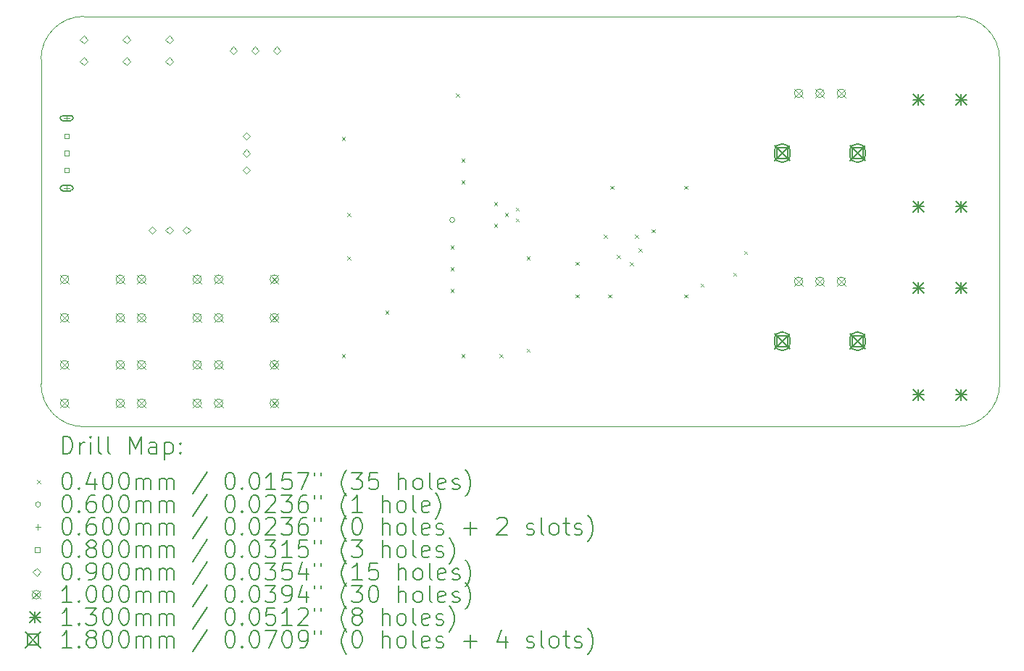
<source format=gbr>
%TF.GenerationSoftware,KiCad,Pcbnew,7.0.8*%
%TF.CreationDate,2024-01-12T01:59:45-08:00*%
%TF.ProjectId,rc_v1,72635f76-312e-46b6-9963-61645f706362,0*%
%TF.SameCoordinates,Original*%
%TF.FileFunction,Drillmap*%
%TF.FilePolarity,Positive*%
%FSLAX45Y45*%
G04 Gerber Fmt 4.5, Leading zero omitted, Abs format (unit mm)*
G04 Created by KiCad (PCBNEW 7.0.8) date 2024-01-12 01:59:45*
%MOMM*%
%LPD*%
G01*
G04 APERTURE LIST*
%ADD10C,0.100000*%
%ADD11C,0.200000*%
%ADD12C,0.040000*%
%ADD13C,0.060000*%
%ADD14C,0.080000*%
%ADD15C,0.090000*%
%ADD16C,0.130000*%
%ADD17C,0.180000*%
G04 APERTURE END LIST*
D10*
X20300000Y-7800000D02*
G75*
G03*
X19800000Y-7300000I-500000J0D01*
G01*
X9100000Y-7800000D02*
X9100000Y-11600000D01*
X19800000Y-12100000D02*
G75*
G03*
X20300000Y-11600000I0J500000D01*
G01*
X9600000Y-7300000D02*
G75*
G03*
X9100000Y-7800000I0J-500000D01*
G01*
X19800000Y-7300000D02*
X9600000Y-7300000D01*
X9600000Y-12100000D02*
X19800000Y-12100000D01*
X20300000Y-11600000D02*
X20300000Y-7800000D01*
X9100000Y-11600000D02*
G75*
G03*
X9600000Y-12100000I500000J0D01*
G01*
D11*
D12*
X12614500Y-8710000D02*
X12654500Y-8750000D01*
X12654500Y-8710000D02*
X12614500Y-8750000D01*
X12614500Y-11250000D02*
X12654500Y-11290000D01*
X12654500Y-11250000D02*
X12614500Y-11290000D01*
X12678000Y-9599000D02*
X12718000Y-9639000D01*
X12718000Y-9599000D02*
X12678000Y-9639000D01*
X12678000Y-10107000D02*
X12718000Y-10147000D01*
X12718000Y-10107000D02*
X12678000Y-10147000D01*
X13122500Y-10742000D02*
X13162500Y-10782000D01*
X13162500Y-10742000D02*
X13122500Y-10782000D01*
X13884500Y-9980000D02*
X13924500Y-10020000D01*
X13924500Y-9980000D02*
X13884500Y-10020000D01*
X13884500Y-10234000D02*
X13924500Y-10274000D01*
X13924500Y-10234000D02*
X13884500Y-10274000D01*
X13884500Y-10488000D02*
X13924500Y-10528000D01*
X13924500Y-10488000D02*
X13884500Y-10528000D01*
X13948000Y-8202000D02*
X13988000Y-8242000D01*
X13988000Y-8202000D02*
X13948000Y-8242000D01*
X14011500Y-8964000D02*
X14051500Y-9004000D01*
X14051500Y-8964000D02*
X14011500Y-9004000D01*
X14011500Y-9218000D02*
X14051500Y-9258000D01*
X14051500Y-9218000D02*
X14011500Y-9258000D01*
X14011500Y-11250000D02*
X14051500Y-11290000D01*
X14051500Y-11250000D02*
X14011500Y-11290000D01*
X14392500Y-9472000D02*
X14432500Y-9512000D01*
X14432500Y-9472000D02*
X14392500Y-9512000D01*
X14392500Y-9726000D02*
X14432500Y-9766000D01*
X14432500Y-9726000D02*
X14392500Y-9766000D01*
X14456000Y-11250000D02*
X14496000Y-11290000D01*
X14496000Y-11250000D02*
X14456000Y-11290000D01*
X14519500Y-9599000D02*
X14559500Y-9639000D01*
X14559500Y-9599000D02*
X14519500Y-9639000D01*
X14646500Y-9535500D02*
X14686500Y-9575500D01*
X14686500Y-9535500D02*
X14646500Y-9575500D01*
X14646500Y-9662500D02*
X14686500Y-9702500D01*
X14686500Y-9662500D02*
X14646500Y-9702500D01*
X14773500Y-10107000D02*
X14813500Y-10147000D01*
X14813500Y-10107000D02*
X14773500Y-10147000D01*
X14773500Y-11186500D02*
X14813500Y-11226500D01*
X14813500Y-11186500D02*
X14773500Y-11226500D01*
X15345000Y-10170500D02*
X15385000Y-10210500D01*
X15385000Y-10170500D02*
X15345000Y-10210500D01*
X15345000Y-10551500D02*
X15385000Y-10591500D01*
X15385000Y-10551500D02*
X15345000Y-10591500D01*
X15673950Y-9852872D02*
X15713950Y-9892872D01*
X15713950Y-9852872D02*
X15673950Y-9892872D01*
X15726000Y-10551500D02*
X15766000Y-10591500D01*
X15766000Y-10551500D02*
X15726000Y-10591500D01*
X15751400Y-9281500D02*
X15791400Y-9321500D01*
X15791400Y-9281500D02*
X15751400Y-9321500D01*
X15828850Y-10093000D02*
X15868850Y-10133000D01*
X15868850Y-10093000D02*
X15828850Y-10133000D01*
X15976984Y-10174180D02*
X16016984Y-10214180D01*
X16016984Y-10174180D02*
X15976984Y-10214180D01*
X16041500Y-9853000D02*
X16081500Y-9893000D01*
X16081500Y-9853000D02*
X16041500Y-9893000D01*
X16079000Y-10015500D02*
X16119000Y-10055500D01*
X16119000Y-10015500D02*
X16079000Y-10055500D01*
X16234000Y-9789500D02*
X16274000Y-9829500D01*
X16274000Y-9789500D02*
X16234000Y-9829500D01*
X16615000Y-9281500D02*
X16655000Y-9321500D01*
X16655000Y-9281500D02*
X16615000Y-9321500D01*
X16615000Y-10551500D02*
X16655000Y-10591500D01*
X16655000Y-10551500D02*
X16615000Y-10591500D01*
X16805500Y-10424500D02*
X16845500Y-10464500D01*
X16845500Y-10424500D02*
X16805500Y-10464500D01*
X17186500Y-10297500D02*
X17226500Y-10337500D01*
X17226500Y-10297500D02*
X17186500Y-10337500D01*
X17313500Y-10043500D02*
X17353500Y-10083500D01*
X17353500Y-10043500D02*
X17313500Y-10083500D01*
D13*
X13934500Y-9682500D02*
G75*
G03*
X13934500Y-9682500I-30000J0D01*
G01*
X9400000Y-8460000D02*
X9400000Y-8520000D01*
X9370000Y-8490000D02*
X9430000Y-8490000D01*
D11*
X9355000Y-8520000D02*
X9445000Y-8520000D01*
X9445000Y-8520000D02*
G75*
G03*
X9445000Y-8460000I0J30000D01*
G01*
X9445000Y-8460000D02*
X9355000Y-8460000D01*
X9355000Y-8460000D02*
G75*
G03*
X9355000Y-8520000I0J-30000D01*
G01*
D13*
X9400000Y-9280000D02*
X9400000Y-9340000D01*
X9370000Y-9310000D02*
X9430000Y-9310000D01*
D11*
X9355000Y-9340000D02*
X9445000Y-9340000D01*
X9445000Y-9340000D02*
G75*
G03*
X9445000Y-9280000I0J30000D01*
G01*
X9445000Y-9280000D02*
X9355000Y-9280000D01*
X9355000Y-9280000D02*
G75*
G03*
X9355000Y-9340000I0J-30000D01*
G01*
D14*
X9428285Y-8728285D02*
X9428285Y-8671716D01*
X9371716Y-8671716D01*
X9371716Y-8728285D01*
X9428285Y-8728285D01*
X9428285Y-8928285D02*
X9428285Y-8871716D01*
X9371716Y-8871716D01*
X9371716Y-8928285D01*
X9428285Y-8928285D01*
X9428285Y-9128285D02*
X9428285Y-9071716D01*
X9371716Y-9071716D01*
X9371716Y-9128285D01*
X9428285Y-9128285D01*
D15*
X9600000Y-7618000D02*
X9645000Y-7573000D01*
X9600000Y-7528000D01*
X9555000Y-7573000D01*
X9600000Y-7618000D01*
X9600000Y-7872000D02*
X9645000Y-7827000D01*
X9600000Y-7782000D01*
X9555000Y-7827000D01*
X9600000Y-7872000D01*
X10100000Y-7618000D02*
X10145000Y-7573000D01*
X10100000Y-7528000D01*
X10055000Y-7573000D01*
X10100000Y-7618000D01*
X10100000Y-7872000D02*
X10145000Y-7827000D01*
X10100000Y-7782000D01*
X10055000Y-7827000D01*
X10100000Y-7872000D01*
X10400000Y-9845000D02*
X10445000Y-9800000D01*
X10400000Y-9755000D01*
X10355000Y-9800000D01*
X10400000Y-9845000D01*
X10600000Y-7618000D02*
X10645000Y-7573000D01*
X10600000Y-7528000D01*
X10555000Y-7573000D01*
X10600000Y-7618000D01*
X10600000Y-7872000D02*
X10645000Y-7827000D01*
X10600000Y-7782000D01*
X10555000Y-7827000D01*
X10600000Y-7872000D01*
X10600000Y-9845000D02*
X10645000Y-9800000D01*
X10600000Y-9755000D01*
X10555000Y-9800000D01*
X10600000Y-9845000D01*
X10800000Y-9845000D02*
X10845000Y-9800000D01*
X10800000Y-9755000D01*
X10755000Y-9800000D01*
X10800000Y-9845000D01*
X11346000Y-7745000D02*
X11391000Y-7700000D01*
X11346000Y-7655000D01*
X11301000Y-7700000D01*
X11346000Y-7745000D01*
X11500000Y-8745000D02*
X11545000Y-8700000D01*
X11500000Y-8655000D01*
X11455000Y-8700000D01*
X11500000Y-8745000D01*
X11500000Y-8945000D02*
X11545000Y-8900000D01*
X11500000Y-8855000D01*
X11455000Y-8900000D01*
X11500000Y-8945000D01*
X11500000Y-9145000D02*
X11545000Y-9100000D01*
X11500000Y-9055000D01*
X11455000Y-9100000D01*
X11500000Y-9145000D01*
X11600000Y-7745000D02*
X11645000Y-7700000D01*
X11600000Y-7655000D01*
X11555000Y-7700000D01*
X11600000Y-7745000D01*
X11854000Y-7745000D02*
X11899000Y-7700000D01*
X11854000Y-7655000D01*
X11809000Y-7700000D01*
X11854000Y-7745000D01*
D10*
X9325000Y-10325000D02*
X9425000Y-10425000D01*
X9425000Y-10325000D02*
X9325000Y-10425000D01*
X9425000Y-10375000D02*
G75*
G03*
X9425000Y-10375000I-50000J0D01*
G01*
X9325000Y-10775000D02*
X9425000Y-10875000D01*
X9425000Y-10775000D02*
X9325000Y-10875000D01*
X9425000Y-10825000D02*
G75*
G03*
X9425000Y-10825000I-50000J0D01*
G01*
X9325000Y-11325000D02*
X9425000Y-11425000D01*
X9425000Y-11325000D02*
X9325000Y-11425000D01*
X9425000Y-11375000D02*
G75*
G03*
X9425000Y-11375000I-50000J0D01*
G01*
X9325000Y-11775000D02*
X9425000Y-11875000D01*
X9425000Y-11775000D02*
X9325000Y-11875000D01*
X9425000Y-11825000D02*
G75*
G03*
X9425000Y-11825000I-50000J0D01*
G01*
X9975000Y-10325000D02*
X10075000Y-10425000D01*
X10075000Y-10325000D02*
X9975000Y-10425000D01*
X10075000Y-10375000D02*
G75*
G03*
X10075000Y-10375000I-50000J0D01*
G01*
X9975000Y-10775000D02*
X10075000Y-10875000D01*
X10075000Y-10775000D02*
X9975000Y-10875000D01*
X10075000Y-10825000D02*
G75*
G03*
X10075000Y-10825000I-50000J0D01*
G01*
X9975000Y-11325000D02*
X10075000Y-11425000D01*
X10075000Y-11325000D02*
X9975000Y-11425000D01*
X10075000Y-11375000D02*
G75*
G03*
X10075000Y-11375000I-50000J0D01*
G01*
X9975000Y-11775000D02*
X10075000Y-11875000D01*
X10075000Y-11775000D02*
X9975000Y-11875000D01*
X10075000Y-11825000D02*
G75*
G03*
X10075000Y-11825000I-50000J0D01*
G01*
X10225000Y-10325000D02*
X10325000Y-10425000D01*
X10325000Y-10325000D02*
X10225000Y-10425000D01*
X10325000Y-10375000D02*
G75*
G03*
X10325000Y-10375000I-50000J0D01*
G01*
X10225000Y-10775000D02*
X10325000Y-10875000D01*
X10325000Y-10775000D02*
X10225000Y-10875000D01*
X10325000Y-10825000D02*
G75*
G03*
X10325000Y-10825000I-50000J0D01*
G01*
X10225000Y-11325000D02*
X10325000Y-11425000D01*
X10325000Y-11325000D02*
X10225000Y-11425000D01*
X10325000Y-11375000D02*
G75*
G03*
X10325000Y-11375000I-50000J0D01*
G01*
X10225000Y-11775000D02*
X10325000Y-11875000D01*
X10325000Y-11775000D02*
X10225000Y-11875000D01*
X10325000Y-11825000D02*
G75*
G03*
X10325000Y-11825000I-50000J0D01*
G01*
X10875000Y-10325000D02*
X10975000Y-10425000D01*
X10975000Y-10325000D02*
X10875000Y-10425000D01*
X10975000Y-10375000D02*
G75*
G03*
X10975000Y-10375000I-50000J0D01*
G01*
X10875000Y-10775000D02*
X10975000Y-10875000D01*
X10975000Y-10775000D02*
X10875000Y-10875000D01*
X10975000Y-10825000D02*
G75*
G03*
X10975000Y-10825000I-50000J0D01*
G01*
X10875000Y-11325000D02*
X10975000Y-11425000D01*
X10975000Y-11325000D02*
X10875000Y-11425000D01*
X10975000Y-11375000D02*
G75*
G03*
X10975000Y-11375000I-50000J0D01*
G01*
X10875000Y-11775000D02*
X10975000Y-11875000D01*
X10975000Y-11775000D02*
X10875000Y-11875000D01*
X10975000Y-11825000D02*
G75*
G03*
X10975000Y-11825000I-50000J0D01*
G01*
X11125000Y-10325000D02*
X11225000Y-10425000D01*
X11225000Y-10325000D02*
X11125000Y-10425000D01*
X11225000Y-10375000D02*
G75*
G03*
X11225000Y-10375000I-50000J0D01*
G01*
X11125000Y-10775000D02*
X11225000Y-10875000D01*
X11225000Y-10775000D02*
X11125000Y-10875000D01*
X11225000Y-10825000D02*
G75*
G03*
X11225000Y-10825000I-50000J0D01*
G01*
X11125000Y-11325000D02*
X11225000Y-11425000D01*
X11225000Y-11325000D02*
X11125000Y-11425000D01*
X11225000Y-11375000D02*
G75*
G03*
X11225000Y-11375000I-50000J0D01*
G01*
X11125000Y-11775000D02*
X11225000Y-11875000D01*
X11225000Y-11775000D02*
X11125000Y-11875000D01*
X11225000Y-11825000D02*
G75*
G03*
X11225000Y-11825000I-50000J0D01*
G01*
X11775000Y-10325000D02*
X11875000Y-10425000D01*
X11875000Y-10325000D02*
X11775000Y-10425000D01*
X11875000Y-10375000D02*
G75*
G03*
X11875000Y-10375000I-50000J0D01*
G01*
X11775000Y-10775000D02*
X11875000Y-10875000D01*
X11875000Y-10775000D02*
X11775000Y-10875000D01*
X11875000Y-10825000D02*
G75*
G03*
X11875000Y-10825000I-50000J0D01*
G01*
X11775000Y-11325000D02*
X11875000Y-11425000D01*
X11875000Y-11325000D02*
X11775000Y-11425000D01*
X11875000Y-11375000D02*
G75*
G03*
X11875000Y-11375000I-50000J0D01*
G01*
X11775000Y-11775000D02*
X11875000Y-11875000D01*
X11875000Y-11775000D02*
X11775000Y-11875000D01*
X11875000Y-11825000D02*
G75*
G03*
X11875000Y-11825000I-50000J0D01*
G01*
X17900000Y-8150000D02*
X18000000Y-8250000D01*
X18000000Y-8150000D02*
X17900000Y-8250000D01*
X18000000Y-8200000D02*
G75*
G03*
X18000000Y-8200000I-50000J0D01*
G01*
X17900000Y-10350000D02*
X18000000Y-10450000D01*
X18000000Y-10350000D02*
X17900000Y-10450000D01*
X18000000Y-10400000D02*
G75*
G03*
X18000000Y-10400000I-50000J0D01*
G01*
X18150000Y-8150000D02*
X18250000Y-8250000D01*
X18250000Y-8150000D02*
X18150000Y-8250000D01*
X18250000Y-8200000D02*
G75*
G03*
X18250000Y-8200000I-50000J0D01*
G01*
X18150000Y-10350000D02*
X18250000Y-10450000D01*
X18250000Y-10350000D02*
X18150000Y-10450000D01*
X18250000Y-10400000D02*
G75*
G03*
X18250000Y-10400000I-50000J0D01*
G01*
X18400000Y-8150000D02*
X18500000Y-8250000D01*
X18500000Y-8150000D02*
X18400000Y-8250000D01*
X18500000Y-8200000D02*
G75*
G03*
X18500000Y-8200000I-50000J0D01*
G01*
X18400000Y-10350000D02*
X18500000Y-10450000D01*
X18500000Y-10350000D02*
X18400000Y-10450000D01*
X18500000Y-10400000D02*
G75*
G03*
X18500000Y-10400000I-50000J0D01*
G01*
D16*
X19285000Y-8210000D02*
X19415000Y-8340000D01*
X19415000Y-8210000D02*
X19285000Y-8340000D01*
X19350000Y-8210000D02*
X19350000Y-8340000D01*
X19285000Y-8275000D02*
X19415000Y-8275000D01*
X19285000Y-9460000D02*
X19415000Y-9590000D01*
X19415000Y-9460000D02*
X19285000Y-9590000D01*
X19350000Y-9460000D02*
X19350000Y-9590000D01*
X19285000Y-9525000D02*
X19415000Y-9525000D01*
X19285000Y-10410000D02*
X19415000Y-10540000D01*
X19415000Y-10410000D02*
X19285000Y-10540000D01*
X19350000Y-10410000D02*
X19350000Y-10540000D01*
X19285000Y-10475000D02*
X19415000Y-10475000D01*
X19285000Y-11660000D02*
X19415000Y-11790000D01*
X19415000Y-11660000D02*
X19285000Y-11790000D01*
X19350000Y-11660000D02*
X19350000Y-11790000D01*
X19285000Y-11725000D02*
X19415000Y-11725000D01*
X19785000Y-8210000D02*
X19915000Y-8340000D01*
X19915000Y-8210000D02*
X19785000Y-8340000D01*
X19850000Y-8210000D02*
X19850000Y-8340000D01*
X19785000Y-8275000D02*
X19915000Y-8275000D01*
X19785000Y-9460000D02*
X19915000Y-9590000D01*
X19915000Y-9460000D02*
X19785000Y-9590000D01*
X19850000Y-9460000D02*
X19850000Y-9590000D01*
X19785000Y-9525000D02*
X19915000Y-9525000D01*
X19785000Y-10410000D02*
X19915000Y-10540000D01*
X19915000Y-10410000D02*
X19785000Y-10540000D01*
X19850000Y-10410000D02*
X19850000Y-10540000D01*
X19785000Y-10475000D02*
X19915000Y-10475000D01*
X19785000Y-11660000D02*
X19915000Y-11790000D01*
X19915000Y-11660000D02*
X19785000Y-11790000D01*
X19850000Y-11660000D02*
X19850000Y-11790000D01*
X19785000Y-11725000D02*
X19915000Y-11725000D01*
D17*
X17670000Y-8810000D02*
X17850000Y-8990000D01*
X17850000Y-8810000D02*
X17670000Y-8990000D01*
X17823640Y-8963640D02*
X17823640Y-8836360D01*
X17696360Y-8836360D01*
X17696360Y-8963640D01*
X17823640Y-8963640D01*
D11*
X17670000Y-8880000D02*
X17670000Y-8920000D01*
X17670000Y-8920000D02*
G75*
G03*
X17850000Y-8920000I90000J0D01*
G01*
X17850000Y-8920000D02*
X17850000Y-8880000D01*
X17850000Y-8880000D02*
G75*
G03*
X17670000Y-8880000I-90000J0D01*
G01*
D17*
X17670000Y-11010000D02*
X17850000Y-11190000D01*
X17850000Y-11010000D02*
X17670000Y-11190000D01*
X17823640Y-11163640D02*
X17823640Y-11036360D01*
X17696360Y-11036360D01*
X17696360Y-11163640D01*
X17823640Y-11163640D01*
D11*
X17670000Y-11080000D02*
X17670000Y-11120000D01*
X17670000Y-11120000D02*
G75*
G03*
X17850000Y-11120000I90000J0D01*
G01*
X17850000Y-11120000D02*
X17850000Y-11080000D01*
X17850000Y-11080000D02*
G75*
G03*
X17670000Y-11080000I-90000J0D01*
G01*
D17*
X18550000Y-8810000D02*
X18730000Y-8990000D01*
X18730000Y-8810000D02*
X18550000Y-8990000D01*
X18703640Y-8963640D02*
X18703640Y-8836360D01*
X18576360Y-8836360D01*
X18576360Y-8963640D01*
X18703640Y-8963640D01*
D11*
X18550000Y-8880000D02*
X18550000Y-8920000D01*
X18550000Y-8920000D02*
G75*
G03*
X18730000Y-8920000I90000J0D01*
G01*
X18730000Y-8920000D02*
X18730000Y-8880000D01*
X18730000Y-8880000D02*
G75*
G03*
X18550000Y-8880000I-90000J0D01*
G01*
D17*
X18550000Y-11010000D02*
X18730000Y-11190000D01*
X18730000Y-11010000D02*
X18550000Y-11190000D01*
X18703640Y-11163640D02*
X18703640Y-11036360D01*
X18576360Y-11036360D01*
X18576360Y-11163640D01*
X18703640Y-11163640D01*
D11*
X18550000Y-11080000D02*
X18550000Y-11120000D01*
X18550000Y-11120000D02*
G75*
G03*
X18730000Y-11120000I90000J0D01*
G01*
X18730000Y-11120000D02*
X18730000Y-11080000D01*
X18730000Y-11080000D02*
G75*
G03*
X18550000Y-11080000I-90000J0D01*
G01*
X9355777Y-12416484D02*
X9355777Y-12216484D01*
X9355777Y-12216484D02*
X9403396Y-12216484D01*
X9403396Y-12216484D02*
X9431967Y-12226008D01*
X9431967Y-12226008D02*
X9451015Y-12245055D01*
X9451015Y-12245055D02*
X9460539Y-12264103D01*
X9460539Y-12264103D02*
X9470063Y-12302198D01*
X9470063Y-12302198D02*
X9470063Y-12330769D01*
X9470063Y-12330769D02*
X9460539Y-12368865D01*
X9460539Y-12368865D02*
X9451015Y-12387912D01*
X9451015Y-12387912D02*
X9431967Y-12406960D01*
X9431967Y-12406960D02*
X9403396Y-12416484D01*
X9403396Y-12416484D02*
X9355777Y-12416484D01*
X9555777Y-12416484D02*
X9555777Y-12283150D01*
X9555777Y-12321246D02*
X9565301Y-12302198D01*
X9565301Y-12302198D02*
X9574824Y-12292674D01*
X9574824Y-12292674D02*
X9593872Y-12283150D01*
X9593872Y-12283150D02*
X9612920Y-12283150D01*
X9679586Y-12416484D02*
X9679586Y-12283150D01*
X9679586Y-12216484D02*
X9670063Y-12226008D01*
X9670063Y-12226008D02*
X9679586Y-12235531D01*
X9679586Y-12235531D02*
X9689110Y-12226008D01*
X9689110Y-12226008D02*
X9679586Y-12216484D01*
X9679586Y-12216484D02*
X9679586Y-12235531D01*
X9803396Y-12416484D02*
X9784348Y-12406960D01*
X9784348Y-12406960D02*
X9774824Y-12387912D01*
X9774824Y-12387912D02*
X9774824Y-12216484D01*
X9908158Y-12416484D02*
X9889110Y-12406960D01*
X9889110Y-12406960D02*
X9879586Y-12387912D01*
X9879586Y-12387912D02*
X9879586Y-12216484D01*
X10136729Y-12416484D02*
X10136729Y-12216484D01*
X10136729Y-12216484D02*
X10203396Y-12359341D01*
X10203396Y-12359341D02*
X10270063Y-12216484D01*
X10270063Y-12216484D02*
X10270063Y-12416484D01*
X10451015Y-12416484D02*
X10451015Y-12311722D01*
X10451015Y-12311722D02*
X10441491Y-12292674D01*
X10441491Y-12292674D02*
X10422444Y-12283150D01*
X10422444Y-12283150D02*
X10384348Y-12283150D01*
X10384348Y-12283150D02*
X10365301Y-12292674D01*
X10451015Y-12406960D02*
X10431967Y-12416484D01*
X10431967Y-12416484D02*
X10384348Y-12416484D01*
X10384348Y-12416484D02*
X10365301Y-12406960D01*
X10365301Y-12406960D02*
X10355777Y-12387912D01*
X10355777Y-12387912D02*
X10355777Y-12368865D01*
X10355777Y-12368865D02*
X10365301Y-12349817D01*
X10365301Y-12349817D02*
X10384348Y-12340293D01*
X10384348Y-12340293D02*
X10431967Y-12340293D01*
X10431967Y-12340293D02*
X10451015Y-12330769D01*
X10546253Y-12283150D02*
X10546253Y-12483150D01*
X10546253Y-12292674D02*
X10565301Y-12283150D01*
X10565301Y-12283150D02*
X10603396Y-12283150D01*
X10603396Y-12283150D02*
X10622444Y-12292674D01*
X10622444Y-12292674D02*
X10631967Y-12302198D01*
X10631967Y-12302198D02*
X10641491Y-12321246D01*
X10641491Y-12321246D02*
X10641491Y-12378388D01*
X10641491Y-12378388D02*
X10631967Y-12397436D01*
X10631967Y-12397436D02*
X10622444Y-12406960D01*
X10622444Y-12406960D02*
X10603396Y-12416484D01*
X10603396Y-12416484D02*
X10565301Y-12416484D01*
X10565301Y-12416484D02*
X10546253Y-12406960D01*
X10727205Y-12397436D02*
X10736729Y-12406960D01*
X10736729Y-12406960D02*
X10727205Y-12416484D01*
X10727205Y-12416484D02*
X10717682Y-12406960D01*
X10717682Y-12406960D02*
X10727205Y-12397436D01*
X10727205Y-12397436D02*
X10727205Y-12416484D01*
X10727205Y-12292674D02*
X10736729Y-12302198D01*
X10736729Y-12302198D02*
X10727205Y-12311722D01*
X10727205Y-12311722D02*
X10717682Y-12302198D01*
X10717682Y-12302198D02*
X10727205Y-12292674D01*
X10727205Y-12292674D02*
X10727205Y-12311722D01*
D12*
X9055000Y-12725000D02*
X9095000Y-12765000D01*
X9095000Y-12725000D02*
X9055000Y-12765000D01*
D11*
X9393872Y-12636484D02*
X9412920Y-12636484D01*
X9412920Y-12636484D02*
X9431967Y-12646008D01*
X9431967Y-12646008D02*
X9441491Y-12655531D01*
X9441491Y-12655531D02*
X9451015Y-12674579D01*
X9451015Y-12674579D02*
X9460539Y-12712674D01*
X9460539Y-12712674D02*
X9460539Y-12760293D01*
X9460539Y-12760293D02*
X9451015Y-12798388D01*
X9451015Y-12798388D02*
X9441491Y-12817436D01*
X9441491Y-12817436D02*
X9431967Y-12826960D01*
X9431967Y-12826960D02*
X9412920Y-12836484D01*
X9412920Y-12836484D02*
X9393872Y-12836484D01*
X9393872Y-12836484D02*
X9374824Y-12826960D01*
X9374824Y-12826960D02*
X9365301Y-12817436D01*
X9365301Y-12817436D02*
X9355777Y-12798388D01*
X9355777Y-12798388D02*
X9346253Y-12760293D01*
X9346253Y-12760293D02*
X9346253Y-12712674D01*
X9346253Y-12712674D02*
X9355777Y-12674579D01*
X9355777Y-12674579D02*
X9365301Y-12655531D01*
X9365301Y-12655531D02*
X9374824Y-12646008D01*
X9374824Y-12646008D02*
X9393872Y-12636484D01*
X9546253Y-12817436D02*
X9555777Y-12826960D01*
X9555777Y-12826960D02*
X9546253Y-12836484D01*
X9546253Y-12836484D02*
X9536729Y-12826960D01*
X9536729Y-12826960D02*
X9546253Y-12817436D01*
X9546253Y-12817436D02*
X9546253Y-12836484D01*
X9727205Y-12703150D02*
X9727205Y-12836484D01*
X9679586Y-12626960D02*
X9631967Y-12769817D01*
X9631967Y-12769817D02*
X9755777Y-12769817D01*
X9870063Y-12636484D02*
X9889110Y-12636484D01*
X9889110Y-12636484D02*
X9908158Y-12646008D01*
X9908158Y-12646008D02*
X9917682Y-12655531D01*
X9917682Y-12655531D02*
X9927205Y-12674579D01*
X9927205Y-12674579D02*
X9936729Y-12712674D01*
X9936729Y-12712674D02*
X9936729Y-12760293D01*
X9936729Y-12760293D02*
X9927205Y-12798388D01*
X9927205Y-12798388D02*
X9917682Y-12817436D01*
X9917682Y-12817436D02*
X9908158Y-12826960D01*
X9908158Y-12826960D02*
X9889110Y-12836484D01*
X9889110Y-12836484D02*
X9870063Y-12836484D01*
X9870063Y-12836484D02*
X9851015Y-12826960D01*
X9851015Y-12826960D02*
X9841491Y-12817436D01*
X9841491Y-12817436D02*
X9831967Y-12798388D01*
X9831967Y-12798388D02*
X9822444Y-12760293D01*
X9822444Y-12760293D02*
X9822444Y-12712674D01*
X9822444Y-12712674D02*
X9831967Y-12674579D01*
X9831967Y-12674579D02*
X9841491Y-12655531D01*
X9841491Y-12655531D02*
X9851015Y-12646008D01*
X9851015Y-12646008D02*
X9870063Y-12636484D01*
X10060539Y-12636484D02*
X10079586Y-12636484D01*
X10079586Y-12636484D02*
X10098634Y-12646008D01*
X10098634Y-12646008D02*
X10108158Y-12655531D01*
X10108158Y-12655531D02*
X10117682Y-12674579D01*
X10117682Y-12674579D02*
X10127205Y-12712674D01*
X10127205Y-12712674D02*
X10127205Y-12760293D01*
X10127205Y-12760293D02*
X10117682Y-12798388D01*
X10117682Y-12798388D02*
X10108158Y-12817436D01*
X10108158Y-12817436D02*
X10098634Y-12826960D01*
X10098634Y-12826960D02*
X10079586Y-12836484D01*
X10079586Y-12836484D02*
X10060539Y-12836484D01*
X10060539Y-12836484D02*
X10041491Y-12826960D01*
X10041491Y-12826960D02*
X10031967Y-12817436D01*
X10031967Y-12817436D02*
X10022444Y-12798388D01*
X10022444Y-12798388D02*
X10012920Y-12760293D01*
X10012920Y-12760293D02*
X10012920Y-12712674D01*
X10012920Y-12712674D02*
X10022444Y-12674579D01*
X10022444Y-12674579D02*
X10031967Y-12655531D01*
X10031967Y-12655531D02*
X10041491Y-12646008D01*
X10041491Y-12646008D02*
X10060539Y-12636484D01*
X10212920Y-12836484D02*
X10212920Y-12703150D01*
X10212920Y-12722198D02*
X10222444Y-12712674D01*
X10222444Y-12712674D02*
X10241491Y-12703150D01*
X10241491Y-12703150D02*
X10270063Y-12703150D01*
X10270063Y-12703150D02*
X10289110Y-12712674D01*
X10289110Y-12712674D02*
X10298634Y-12731722D01*
X10298634Y-12731722D02*
X10298634Y-12836484D01*
X10298634Y-12731722D02*
X10308158Y-12712674D01*
X10308158Y-12712674D02*
X10327205Y-12703150D01*
X10327205Y-12703150D02*
X10355777Y-12703150D01*
X10355777Y-12703150D02*
X10374825Y-12712674D01*
X10374825Y-12712674D02*
X10384348Y-12731722D01*
X10384348Y-12731722D02*
X10384348Y-12836484D01*
X10479586Y-12836484D02*
X10479586Y-12703150D01*
X10479586Y-12722198D02*
X10489110Y-12712674D01*
X10489110Y-12712674D02*
X10508158Y-12703150D01*
X10508158Y-12703150D02*
X10536729Y-12703150D01*
X10536729Y-12703150D02*
X10555777Y-12712674D01*
X10555777Y-12712674D02*
X10565301Y-12731722D01*
X10565301Y-12731722D02*
X10565301Y-12836484D01*
X10565301Y-12731722D02*
X10574825Y-12712674D01*
X10574825Y-12712674D02*
X10593872Y-12703150D01*
X10593872Y-12703150D02*
X10622444Y-12703150D01*
X10622444Y-12703150D02*
X10641491Y-12712674D01*
X10641491Y-12712674D02*
X10651015Y-12731722D01*
X10651015Y-12731722D02*
X10651015Y-12836484D01*
X11041491Y-12626960D02*
X10870063Y-12884103D01*
X11298634Y-12636484D02*
X11317682Y-12636484D01*
X11317682Y-12636484D02*
X11336729Y-12646008D01*
X11336729Y-12646008D02*
X11346253Y-12655531D01*
X11346253Y-12655531D02*
X11355777Y-12674579D01*
X11355777Y-12674579D02*
X11365301Y-12712674D01*
X11365301Y-12712674D02*
X11365301Y-12760293D01*
X11365301Y-12760293D02*
X11355777Y-12798388D01*
X11355777Y-12798388D02*
X11346253Y-12817436D01*
X11346253Y-12817436D02*
X11336729Y-12826960D01*
X11336729Y-12826960D02*
X11317682Y-12836484D01*
X11317682Y-12836484D02*
X11298634Y-12836484D01*
X11298634Y-12836484D02*
X11279586Y-12826960D01*
X11279586Y-12826960D02*
X11270063Y-12817436D01*
X11270063Y-12817436D02*
X11260539Y-12798388D01*
X11260539Y-12798388D02*
X11251015Y-12760293D01*
X11251015Y-12760293D02*
X11251015Y-12712674D01*
X11251015Y-12712674D02*
X11260539Y-12674579D01*
X11260539Y-12674579D02*
X11270063Y-12655531D01*
X11270063Y-12655531D02*
X11279586Y-12646008D01*
X11279586Y-12646008D02*
X11298634Y-12636484D01*
X11451015Y-12817436D02*
X11460539Y-12826960D01*
X11460539Y-12826960D02*
X11451015Y-12836484D01*
X11451015Y-12836484D02*
X11441491Y-12826960D01*
X11441491Y-12826960D02*
X11451015Y-12817436D01*
X11451015Y-12817436D02*
X11451015Y-12836484D01*
X11584348Y-12636484D02*
X11603396Y-12636484D01*
X11603396Y-12636484D02*
X11622444Y-12646008D01*
X11622444Y-12646008D02*
X11631967Y-12655531D01*
X11631967Y-12655531D02*
X11641491Y-12674579D01*
X11641491Y-12674579D02*
X11651015Y-12712674D01*
X11651015Y-12712674D02*
X11651015Y-12760293D01*
X11651015Y-12760293D02*
X11641491Y-12798388D01*
X11641491Y-12798388D02*
X11631967Y-12817436D01*
X11631967Y-12817436D02*
X11622444Y-12826960D01*
X11622444Y-12826960D02*
X11603396Y-12836484D01*
X11603396Y-12836484D02*
X11584348Y-12836484D01*
X11584348Y-12836484D02*
X11565301Y-12826960D01*
X11565301Y-12826960D02*
X11555777Y-12817436D01*
X11555777Y-12817436D02*
X11546253Y-12798388D01*
X11546253Y-12798388D02*
X11536729Y-12760293D01*
X11536729Y-12760293D02*
X11536729Y-12712674D01*
X11536729Y-12712674D02*
X11546253Y-12674579D01*
X11546253Y-12674579D02*
X11555777Y-12655531D01*
X11555777Y-12655531D02*
X11565301Y-12646008D01*
X11565301Y-12646008D02*
X11584348Y-12636484D01*
X11841491Y-12836484D02*
X11727206Y-12836484D01*
X11784348Y-12836484D02*
X11784348Y-12636484D01*
X11784348Y-12636484D02*
X11765301Y-12665055D01*
X11765301Y-12665055D02*
X11746253Y-12684103D01*
X11746253Y-12684103D02*
X11727206Y-12693627D01*
X12022444Y-12636484D02*
X11927206Y-12636484D01*
X11927206Y-12636484D02*
X11917682Y-12731722D01*
X11917682Y-12731722D02*
X11927206Y-12722198D01*
X11927206Y-12722198D02*
X11946253Y-12712674D01*
X11946253Y-12712674D02*
X11993872Y-12712674D01*
X11993872Y-12712674D02*
X12012920Y-12722198D01*
X12012920Y-12722198D02*
X12022444Y-12731722D01*
X12022444Y-12731722D02*
X12031967Y-12750769D01*
X12031967Y-12750769D02*
X12031967Y-12798388D01*
X12031967Y-12798388D02*
X12022444Y-12817436D01*
X12022444Y-12817436D02*
X12012920Y-12826960D01*
X12012920Y-12826960D02*
X11993872Y-12836484D01*
X11993872Y-12836484D02*
X11946253Y-12836484D01*
X11946253Y-12836484D02*
X11927206Y-12826960D01*
X11927206Y-12826960D02*
X11917682Y-12817436D01*
X12098634Y-12636484D02*
X12231967Y-12636484D01*
X12231967Y-12636484D02*
X12146253Y-12836484D01*
X12298634Y-12636484D02*
X12298634Y-12674579D01*
X12374825Y-12636484D02*
X12374825Y-12674579D01*
X12670063Y-12912674D02*
X12660539Y-12903150D01*
X12660539Y-12903150D02*
X12641491Y-12874579D01*
X12641491Y-12874579D02*
X12631968Y-12855531D01*
X12631968Y-12855531D02*
X12622444Y-12826960D01*
X12622444Y-12826960D02*
X12612920Y-12779341D01*
X12612920Y-12779341D02*
X12612920Y-12741246D01*
X12612920Y-12741246D02*
X12622444Y-12693627D01*
X12622444Y-12693627D02*
X12631968Y-12665055D01*
X12631968Y-12665055D02*
X12641491Y-12646008D01*
X12641491Y-12646008D02*
X12660539Y-12617436D01*
X12660539Y-12617436D02*
X12670063Y-12607912D01*
X12727206Y-12636484D02*
X12851015Y-12636484D01*
X12851015Y-12636484D02*
X12784348Y-12712674D01*
X12784348Y-12712674D02*
X12812920Y-12712674D01*
X12812920Y-12712674D02*
X12831968Y-12722198D01*
X12831968Y-12722198D02*
X12841491Y-12731722D01*
X12841491Y-12731722D02*
X12851015Y-12750769D01*
X12851015Y-12750769D02*
X12851015Y-12798388D01*
X12851015Y-12798388D02*
X12841491Y-12817436D01*
X12841491Y-12817436D02*
X12831968Y-12826960D01*
X12831968Y-12826960D02*
X12812920Y-12836484D01*
X12812920Y-12836484D02*
X12755777Y-12836484D01*
X12755777Y-12836484D02*
X12736729Y-12826960D01*
X12736729Y-12826960D02*
X12727206Y-12817436D01*
X13031968Y-12636484D02*
X12936729Y-12636484D01*
X12936729Y-12636484D02*
X12927206Y-12731722D01*
X12927206Y-12731722D02*
X12936729Y-12722198D01*
X12936729Y-12722198D02*
X12955777Y-12712674D01*
X12955777Y-12712674D02*
X13003396Y-12712674D01*
X13003396Y-12712674D02*
X13022444Y-12722198D01*
X13022444Y-12722198D02*
X13031968Y-12731722D01*
X13031968Y-12731722D02*
X13041491Y-12750769D01*
X13041491Y-12750769D02*
X13041491Y-12798388D01*
X13041491Y-12798388D02*
X13031968Y-12817436D01*
X13031968Y-12817436D02*
X13022444Y-12826960D01*
X13022444Y-12826960D02*
X13003396Y-12836484D01*
X13003396Y-12836484D02*
X12955777Y-12836484D01*
X12955777Y-12836484D02*
X12936729Y-12826960D01*
X12936729Y-12826960D02*
X12927206Y-12817436D01*
X13279587Y-12836484D02*
X13279587Y-12636484D01*
X13365301Y-12836484D02*
X13365301Y-12731722D01*
X13365301Y-12731722D02*
X13355777Y-12712674D01*
X13355777Y-12712674D02*
X13336730Y-12703150D01*
X13336730Y-12703150D02*
X13308158Y-12703150D01*
X13308158Y-12703150D02*
X13289110Y-12712674D01*
X13289110Y-12712674D02*
X13279587Y-12722198D01*
X13489110Y-12836484D02*
X13470063Y-12826960D01*
X13470063Y-12826960D02*
X13460539Y-12817436D01*
X13460539Y-12817436D02*
X13451015Y-12798388D01*
X13451015Y-12798388D02*
X13451015Y-12741246D01*
X13451015Y-12741246D02*
X13460539Y-12722198D01*
X13460539Y-12722198D02*
X13470063Y-12712674D01*
X13470063Y-12712674D02*
X13489110Y-12703150D01*
X13489110Y-12703150D02*
X13517682Y-12703150D01*
X13517682Y-12703150D02*
X13536730Y-12712674D01*
X13536730Y-12712674D02*
X13546253Y-12722198D01*
X13546253Y-12722198D02*
X13555777Y-12741246D01*
X13555777Y-12741246D02*
X13555777Y-12798388D01*
X13555777Y-12798388D02*
X13546253Y-12817436D01*
X13546253Y-12817436D02*
X13536730Y-12826960D01*
X13536730Y-12826960D02*
X13517682Y-12836484D01*
X13517682Y-12836484D02*
X13489110Y-12836484D01*
X13670063Y-12836484D02*
X13651015Y-12826960D01*
X13651015Y-12826960D02*
X13641491Y-12807912D01*
X13641491Y-12807912D02*
X13641491Y-12636484D01*
X13822444Y-12826960D02*
X13803396Y-12836484D01*
X13803396Y-12836484D02*
X13765301Y-12836484D01*
X13765301Y-12836484D02*
X13746253Y-12826960D01*
X13746253Y-12826960D02*
X13736730Y-12807912D01*
X13736730Y-12807912D02*
X13736730Y-12731722D01*
X13736730Y-12731722D02*
X13746253Y-12712674D01*
X13746253Y-12712674D02*
X13765301Y-12703150D01*
X13765301Y-12703150D02*
X13803396Y-12703150D01*
X13803396Y-12703150D02*
X13822444Y-12712674D01*
X13822444Y-12712674D02*
X13831968Y-12731722D01*
X13831968Y-12731722D02*
X13831968Y-12750769D01*
X13831968Y-12750769D02*
X13736730Y-12769817D01*
X13908158Y-12826960D02*
X13927206Y-12836484D01*
X13927206Y-12836484D02*
X13965301Y-12836484D01*
X13965301Y-12836484D02*
X13984349Y-12826960D01*
X13984349Y-12826960D02*
X13993872Y-12807912D01*
X13993872Y-12807912D02*
X13993872Y-12798388D01*
X13993872Y-12798388D02*
X13984349Y-12779341D01*
X13984349Y-12779341D02*
X13965301Y-12769817D01*
X13965301Y-12769817D02*
X13936730Y-12769817D01*
X13936730Y-12769817D02*
X13917682Y-12760293D01*
X13917682Y-12760293D02*
X13908158Y-12741246D01*
X13908158Y-12741246D02*
X13908158Y-12731722D01*
X13908158Y-12731722D02*
X13917682Y-12712674D01*
X13917682Y-12712674D02*
X13936730Y-12703150D01*
X13936730Y-12703150D02*
X13965301Y-12703150D01*
X13965301Y-12703150D02*
X13984349Y-12712674D01*
X14060539Y-12912674D02*
X14070063Y-12903150D01*
X14070063Y-12903150D02*
X14089111Y-12874579D01*
X14089111Y-12874579D02*
X14098634Y-12855531D01*
X14098634Y-12855531D02*
X14108158Y-12826960D01*
X14108158Y-12826960D02*
X14117682Y-12779341D01*
X14117682Y-12779341D02*
X14117682Y-12741246D01*
X14117682Y-12741246D02*
X14108158Y-12693627D01*
X14108158Y-12693627D02*
X14098634Y-12665055D01*
X14098634Y-12665055D02*
X14089111Y-12646008D01*
X14089111Y-12646008D02*
X14070063Y-12617436D01*
X14070063Y-12617436D02*
X14060539Y-12607912D01*
D13*
X9095000Y-13009000D02*
G75*
G03*
X9095000Y-13009000I-30000J0D01*
G01*
D11*
X9393872Y-12900484D02*
X9412920Y-12900484D01*
X9412920Y-12900484D02*
X9431967Y-12910008D01*
X9431967Y-12910008D02*
X9441491Y-12919531D01*
X9441491Y-12919531D02*
X9451015Y-12938579D01*
X9451015Y-12938579D02*
X9460539Y-12976674D01*
X9460539Y-12976674D02*
X9460539Y-13024293D01*
X9460539Y-13024293D02*
X9451015Y-13062388D01*
X9451015Y-13062388D02*
X9441491Y-13081436D01*
X9441491Y-13081436D02*
X9431967Y-13090960D01*
X9431967Y-13090960D02*
X9412920Y-13100484D01*
X9412920Y-13100484D02*
X9393872Y-13100484D01*
X9393872Y-13100484D02*
X9374824Y-13090960D01*
X9374824Y-13090960D02*
X9365301Y-13081436D01*
X9365301Y-13081436D02*
X9355777Y-13062388D01*
X9355777Y-13062388D02*
X9346253Y-13024293D01*
X9346253Y-13024293D02*
X9346253Y-12976674D01*
X9346253Y-12976674D02*
X9355777Y-12938579D01*
X9355777Y-12938579D02*
X9365301Y-12919531D01*
X9365301Y-12919531D02*
X9374824Y-12910008D01*
X9374824Y-12910008D02*
X9393872Y-12900484D01*
X9546253Y-13081436D02*
X9555777Y-13090960D01*
X9555777Y-13090960D02*
X9546253Y-13100484D01*
X9546253Y-13100484D02*
X9536729Y-13090960D01*
X9536729Y-13090960D02*
X9546253Y-13081436D01*
X9546253Y-13081436D02*
X9546253Y-13100484D01*
X9727205Y-12900484D02*
X9689110Y-12900484D01*
X9689110Y-12900484D02*
X9670063Y-12910008D01*
X9670063Y-12910008D02*
X9660539Y-12919531D01*
X9660539Y-12919531D02*
X9641491Y-12948103D01*
X9641491Y-12948103D02*
X9631967Y-12986198D01*
X9631967Y-12986198D02*
X9631967Y-13062388D01*
X9631967Y-13062388D02*
X9641491Y-13081436D01*
X9641491Y-13081436D02*
X9651015Y-13090960D01*
X9651015Y-13090960D02*
X9670063Y-13100484D01*
X9670063Y-13100484D02*
X9708158Y-13100484D01*
X9708158Y-13100484D02*
X9727205Y-13090960D01*
X9727205Y-13090960D02*
X9736729Y-13081436D01*
X9736729Y-13081436D02*
X9746253Y-13062388D01*
X9746253Y-13062388D02*
X9746253Y-13014769D01*
X9746253Y-13014769D02*
X9736729Y-12995722D01*
X9736729Y-12995722D02*
X9727205Y-12986198D01*
X9727205Y-12986198D02*
X9708158Y-12976674D01*
X9708158Y-12976674D02*
X9670063Y-12976674D01*
X9670063Y-12976674D02*
X9651015Y-12986198D01*
X9651015Y-12986198D02*
X9641491Y-12995722D01*
X9641491Y-12995722D02*
X9631967Y-13014769D01*
X9870063Y-12900484D02*
X9889110Y-12900484D01*
X9889110Y-12900484D02*
X9908158Y-12910008D01*
X9908158Y-12910008D02*
X9917682Y-12919531D01*
X9917682Y-12919531D02*
X9927205Y-12938579D01*
X9927205Y-12938579D02*
X9936729Y-12976674D01*
X9936729Y-12976674D02*
X9936729Y-13024293D01*
X9936729Y-13024293D02*
X9927205Y-13062388D01*
X9927205Y-13062388D02*
X9917682Y-13081436D01*
X9917682Y-13081436D02*
X9908158Y-13090960D01*
X9908158Y-13090960D02*
X9889110Y-13100484D01*
X9889110Y-13100484D02*
X9870063Y-13100484D01*
X9870063Y-13100484D02*
X9851015Y-13090960D01*
X9851015Y-13090960D02*
X9841491Y-13081436D01*
X9841491Y-13081436D02*
X9831967Y-13062388D01*
X9831967Y-13062388D02*
X9822444Y-13024293D01*
X9822444Y-13024293D02*
X9822444Y-12976674D01*
X9822444Y-12976674D02*
X9831967Y-12938579D01*
X9831967Y-12938579D02*
X9841491Y-12919531D01*
X9841491Y-12919531D02*
X9851015Y-12910008D01*
X9851015Y-12910008D02*
X9870063Y-12900484D01*
X10060539Y-12900484D02*
X10079586Y-12900484D01*
X10079586Y-12900484D02*
X10098634Y-12910008D01*
X10098634Y-12910008D02*
X10108158Y-12919531D01*
X10108158Y-12919531D02*
X10117682Y-12938579D01*
X10117682Y-12938579D02*
X10127205Y-12976674D01*
X10127205Y-12976674D02*
X10127205Y-13024293D01*
X10127205Y-13024293D02*
X10117682Y-13062388D01*
X10117682Y-13062388D02*
X10108158Y-13081436D01*
X10108158Y-13081436D02*
X10098634Y-13090960D01*
X10098634Y-13090960D02*
X10079586Y-13100484D01*
X10079586Y-13100484D02*
X10060539Y-13100484D01*
X10060539Y-13100484D02*
X10041491Y-13090960D01*
X10041491Y-13090960D02*
X10031967Y-13081436D01*
X10031967Y-13081436D02*
X10022444Y-13062388D01*
X10022444Y-13062388D02*
X10012920Y-13024293D01*
X10012920Y-13024293D02*
X10012920Y-12976674D01*
X10012920Y-12976674D02*
X10022444Y-12938579D01*
X10022444Y-12938579D02*
X10031967Y-12919531D01*
X10031967Y-12919531D02*
X10041491Y-12910008D01*
X10041491Y-12910008D02*
X10060539Y-12900484D01*
X10212920Y-13100484D02*
X10212920Y-12967150D01*
X10212920Y-12986198D02*
X10222444Y-12976674D01*
X10222444Y-12976674D02*
X10241491Y-12967150D01*
X10241491Y-12967150D02*
X10270063Y-12967150D01*
X10270063Y-12967150D02*
X10289110Y-12976674D01*
X10289110Y-12976674D02*
X10298634Y-12995722D01*
X10298634Y-12995722D02*
X10298634Y-13100484D01*
X10298634Y-12995722D02*
X10308158Y-12976674D01*
X10308158Y-12976674D02*
X10327205Y-12967150D01*
X10327205Y-12967150D02*
X10355777Y-12967150D01*
X10355777Y-12967150D02*
X10374825Y-12976674D01*
X10374825Y-12976674D02*
X10384348Y-12995722D01*
X10384348Y-12995722D02*
X10384348Y-13100484D01*
X10479586Y-13100484D02*
X10479586Y-12967150D01*
X10479586Y-12986198D02*
X10489110Y-12976674D01*
X10489110Y-12976674D02*
X10508158Y-12967150D01*
X10508158Y-12967150D02*
X10536729Y-12967150D01*
X10536729Y-12967150D02*
X10555777Y-12976674D01*
X10555777Y-12976674D02*
X10565301Y-12995722D01*
X10565301Y-12995722D02*
X10565301Y-13100484D01*
X10565301Y-12995722D02*
X10574825Y-12976674D01*
X10574825Y-12976674D02*
X10593872Y-12967150D01*
X10593872Y-12967150D02*
X10622444Y-12967150D01*
X10622444Y-12967150D02*
X10641491Y-12976674D01*
X10641491Y-12976674D02*
X10651015Y-12995722D01*
X10651015Y-12995722D02*
X10651015Y-13100484D01*
X11041491Y-12890960D02*
X10870063Y-13148103D01*
X11298634Y-12900484D02*
X11317682Y-12900484D01*
X11317682Y-12900484D02*
X11336729Y-12910008D01*
X11336729Y-12910008D02*
X11346253Y-12919531D01*
X11346253Y-12919531D02*
X11355777Y-12938579D01*
X11355777Y-12938579D02*
X11365301Y-12976674D01*
X11365301Y-12976674D02*
X11365301Y-13024293D01*
X11365301Y-13024293D02*
X11355777Y-13062388D01*
X11355777Y-13062388D02*
X11346253Y-13081436D01*
X11346253Y-13081436D02*
X11336729Y-13090960D01*
X11336729Y-13090960D02*
X11317682Y-13100484D01*
X11317682Y-13100484D02*
X11298634Y-13100484D01*
X11298634Y-13100484D02*
X11279586Y-13090960D01*
X11279586Y-13090960D02*
X11270063Y-13081436D01*
X11270063Y-13081436D02*
X11260539Y-13062388D01*
X11260539Y-13062388D02*
X11251015Y-13024293D01*
X11251015Y-13024293D02*
X11251015Y-12976674D01*
X11251015Y-12976674D02*
X11260539Y-12938579D01*
X11260539Y-12938579D02*
X11270063Y-12919531D01*
X11270063Y-12919531D02*
X11279586Y-12910008D01*
X11279586Y-12910008D02*
X11298634Y-12900484D01*
X11451015Y-13081436D02*
X11460539Y-13090960D01*
X11460539Y-13090960D02*
X11451015Y-13100484D01*
X11451015Y-13100484D02*
X11441491Y-13090960D01*
X11441491Y-13090960D02*
X11451015Y-13081436D01*
X11451015Y-13081436D02*
X11451015Y-13100484D01*
X11584348Y-12900484D02*
X11603396Y-12900484D01*
X11603396Y-12900484D02*
X11622444Y-12910008D01*
X11622444Y-12910008D02*
X11631967Y-12919531D01*
X11631967Y-12919531D02*
X11641491Y-12938579D01*
X11641491Y-12938579D02*
X11651015Y-12976674D01*
X11651015Y-12976674D02*
X11651015Y-13024293D01*
X11651015Y-13024293D02*
X11641491Y-13062388D01*
X11641491Y-13062388D02*
X11631967Y-13081436D01*
X11631967Y-13081436D02*
X11622444Y-13090960D01*
X11622444Y-13090960D02*
X11603396Y-13100484D01*
X11603396Y-13100484D02*
X11584348Y-13100484D01*
X11584348Y-13100484D02*
X11565301Y-13090960D01*
X11565301Y-13090960D02*
X11555777Y-13081436D01*
X11555777Y-13081436D02*
X11546253Y-13062388D01*
X11546253Y-13062388D02*
X11536729Y-13024293D01*
X11536729Y-13024293D02*
X11536729Y-12976674D01*
X11536729Y-12976674D02*
X11546253Y-12938579D01*
X11546253Y-12938579D02*
X11555777Y-12919531D01*
X11555777Y-12919531D02*
X11565301Y-12910008D01*
X11565301Y-12910008D02*
X11584348Y-12900484D01*
X11727206Y-12919531D02*
X11736729Y-12910008D01*
X11736729Y-12910008D02*
X11755777Y-12900484D01*
X11755777Y-12900484D02*
X11803396Y-12900484D01*
X11803396Y-12900484D02*
X11822444Y-12910008D01*
X11822444Y-12910008D02*
X11831967Y-12919531D01*
X11831967Y-12919531D02*
X11841491Y-12938579D01*
X11841491Y-12938579D02*
X11841491Y-12957627D01*
X11841491Y-12957627D02*
X11831967Y-12986198D01*
X11831967Y-12986198D02*
X11717682Y-13100484D01*
X11717682Y-13100484D02*
X11841491Y-13100484D01*
X11908158Y-12900484D02*
X12031967Y-12900484D01*
X12031967Y-12900484D02*
X11965301Y-12976674D01*
X11965301Y-12976674D02*
X11993872Y-12976674D01*
X11993872Y-12976674D02*
X12012920Y-12986198D01*
X12012920Y-12986198D02*
X12022444Y-12995722D01*
X12022444Y-12995722D02*
X12031967Y-13014769D01*
X12031967Y-13014769D02*
X12031967Y-13062388D01*
X12031967Y-13062388D02*
X12022444Y-13081436D01*
X12022444Y-13081436D02*
X12012920Y-13090960D01*
X12012920Y-13090960D02*
X11993872Y-13100484D01*
X11993872Y-13100484D02*
X11936729Y-13100484D01*
X11936729Y-13100484D02*
X11917682Y-13090960D01*
X11917682Y-13090960D02*
X11908158Y-13081436D01*
X12203396Y-12900484D02*
X12165301Y-12900484D01*
X12165301Y-12900484D02*
X12146253Y-12910008D01*
X12146253Y-12910008D02*
X12136729Y-12919531D01*
X12136729Y-12919531D02*
X12117682Y-12948103D01*
X12117682Y-12948103D02*
X12108158Y-12986198D01*
X12108158Y-12986198D02*
X12108158Y-13062388D01*
X12108158Y-13062388D02*
X12117682Y-13081436D01*
X12117682Y-13081436D02*
X12127206Y-13090960D01*
X12127206Y-13090960D02*
X12146253Y-13100484D01*
X12146253Y-13100484D02*
X12184348Y-13100484D01*
X12184348Y-13100484D02*
X12203396Y-13090960D01*
X12203396Y-13090960D02*
X12212920Y-13081436D01*
X12212920Y-13081436D02*
X12222444Y-13062388D01*
X12222444Y-13062388D02*
X12222444Y-13014769D01*
X12222444Y-13014769D02*
X12212920Y-12995722D01*
X12212920Y-12995722D02*
X12203396Y-12986198D01*
X12203396Y-12986198D02*
X12184348Y-12976674D01*
X12184348Y-12976674D02*
X12146253Y-12976674D01*
X12146253Y-12976674D02*
X12127206Y-12986198D01*
X12127206Y-12986198D02*
X12117682Y-12995722D01*
X12117682Y-12995722D02*
X12108158Y-13014769D01*
X12298634Y-12900484D02*
X12298634Y-12938579D01*
X12374825Y-12900484D02*
X12374825Y-12938579D01*
X12670063Y-13176674D02*
X12660539Y-13167150D01*
X12660539Y-13167150D02*
X12641491Y-13138579D01*
X12641491Y-13138579D02*
X12631968Y-13119531D01*
X12631968Y-13119531D02*
X12622444Y-13090960D01*
X12622444Y-13090960D02*
X12612920Y-13043341D01*
X12612920Y-13043341D02*
X12612920Y-13005246D01*
X12612920Y-13005246D02*
X12622444Y-12957627D01*
X12622444Y-12957627D02*
X12631968Y-12929055D01*
X12631968Y-12929055D02*
X12641491Y-12910008D01*
X12641491Y-12910008D02*
X12660539Y-12881436D01*
X12660539Y-12881436D02*
X12670063Y-12871912D01*
X12851015Y-13100484D02*
X12736729Y-13100484D01*
X12793872Y-13100484D02*
X12793872Y-12900484D01*
X12793872Y-12900484D02*
X12774825Y-12929055D01*
X12774825Y-12929055D02*
X12755777Y-12948103D01*
X12755777Y-12948103D02*
X12736729Y-12957627D01*
X13089110Y-13100484D02*
X13089110Y-12900484D01*
X13174825Y-13100484D02*
X13174825Y-12995722D01*
X13174825Y-12995722D02*
X13165301Y-12976674D01*
X13165301Y-12976674D02*
X13146253Y-12967150D01*
X13146253Y-12967150D02*
X13117682Y-12967150D01*
X13117682Y-12967150D02*
X13098634Y-12976674D01*
X13098634Y-12976674D02*
X13089110Y-12986198D01*
X13298634Y-13100484D02*
X13279587Y-13090960D01*
X13279587Y-13090960D02*
X13270063Y-13081436D01*
X13270063Y-13081436D02*
X13260539Y-13062388D01*
X13260539Y-13062388D02*
X13260539Y-13005246D01*
X13260539Y-13005246D02*
X13270063Y-12986198D01*
X13270063Y-12986198D02*
X13279587Y-12976674D01*
X13279587Y-12976674D02*
X13298634Y-12967150D01*
X13298634Y-12967150D02*
X13327206Y-12967150D01*
X13327206Y-12967150D02*
X13346253Y-12976674D01*
X13346253Y-12976674D02*
X13355777Y-12986198D01*
X13355777Y-12986198D02*
X13365301Y-13005246D01*
X13365301Y-13005246D02*
X13365301Y-13062388D01*
X13365301Y-13062388D02*
X13355777Y-13081436D01*
X13355777Y-13081436D02*
X13346253Y-13090960D01*
X13346253Y-13090960D02*
X13327206Y-13100484D01*
X13327206Y-13100484D02*
X13298634Y-13100484D01*
X13479587Y-13100484D02*
X13460539Y-13090960D01*
X13460539Y-13090960D02*
X13451015Y-13071912D01*
X13451015Y-13071912D02*
X13451015Y-12900484D01*
X13631968Y-13090960D02*
X13612920Y-13100484D01*
X13612920Y-13100484D02*
X13574825Y-13100484D01*
X13574825Y-13100484D02*
X13555777Y-13090960D01*
X13555777Y-13090960D02*
X13546253Y-13071912D01*
X13546253Y-13071912D02*
X13546253Y-12995722D01*
X13546253Y-12995722D02*
X13555777Y-12976674D01*
X13555777Y-12976674D02*
X13574825Y-12967150D01*
X13574825Y-12967150D02*
X13612920Y-12967150D01*
X13612920Y-12967150D02*
X13631968Y-12976674D01*
X13631968Y-12976674D02*
X13641491Y-12995722D01*
X13641491Y-12995722D02*
X13641491Y-13014769D01*
X13641491Y-13014769D02*
X13546253Y-13033817D01*
X13708158Y-13176674D02*
X13717682Y-13167150D01*
X13717682Y-13167150D02*
X13736730Y-13138579D01*
X13736730Y-13138579D02*
X13746253Y-13119531D01*
X13746253Y-13119531D02*
X13755777Y-13090960D01*
X13755777Y-13090960D02*
X13765301Y-13043341D01*
X13765301Y-13043341D02*
X13765301Y-13005246D01*
X13765301Y-13005246D02*
X13755777Y-12957627D01*
X13755777Y-12957627D02*
X13746253Y-12929055D01*
X13746253Y-12929055D02*
X13736730Y-12910008D01*
X13736730Y-12910008D02*
X13717682Y-12881436D01*
X13717682Y-12881436D02*
X13708158Y-12871912D01*
D13*
X9065000Y-13243000D02*
X9065000Y-13303000D01*
X9035000Y-13273000D02*
X9095000Y-13273000D01*
D11*
X9393872Y-13164484D02*
X9412920Y-13164484D01*
X9412920Y-13164484D02*
X9431967Y-13174008D01*
X9431967Y-13174008D02*
X9441491Y-13183531D01*
X9441491Y-13183531D02*
X9451015Y-13202579D01*
X9451015Y-13202579D02*
X9460539Y-13240674D01*
X9460539Y-13240674D02*
X9460539Y-13288293D01*
X9460539Y-13288293D02*
X9451015Y-13326388D01*
X9451015Y-13326388D02*
X9441491Y-13345436D01*
X9441491Y-13345436D02*
X9431967Y-13354960D01*
X9431967Y-13354960D02*
X9412920Y-13364484D01*
X9412920Y-13364484D02*
X9393872Y-13364484D01*
X9393872Y-13364484D02*
X9374824Y-13354960D01*
X9374824Y-13354960D02*
X9365301Y-13345436D01*
X9365301Y-13345436D02*
X9355777Y-13326388D01*
X9355777Y-13326388D02*
X9346253Y-13288293D01*
X9346253Y-13288293D02*
X9346253Y-13240674D01*
X9346253Y-13240674D02*
X9355777Y-13202579D01*
X9355777Y-13202579D02*
X9365301Y-13183531D01*
X9365301Y-13183531D02*
X9374824Y-13174008D01*
X9374824Y-13174008D02*
X9393872Y-13164484D01*
X9546253Y-13345436D02*
X9555777Y-13354960D01*
X9555777Y-13354960D02*
X9546253Y-13364484D01*
X9546253Y-13364484D02*
X9536729Y-13354960D01*
X9536729Y-13354960D02*
X9546253Y-13345436D01*
X9546253Y-13345436D02*
X9546253Y-13364484D01*
X9727205Y-13164484D02*
X9689110Y-13164484D01*
X9689110Y-13164484D02*
X9670063Y-13174008D01*
X9670063Y-13174008D02*
X9660539Y-13183531D01*
X9660539Y-13183531D02*
X9641491Y-13212103D01*
X9641491Y-13212103D02*
X9631967Y-13250198D01*
X9631967Y-13250198D02*
X9631967Y-13326388D01*
X9631967Y-13326388D02*
X9641491Y-13345436D01*
X9641491Y-13345436D02*
X9651015Y-13354960D01*
X9651015Y-13354960D02*
X9670063Y-13364484D01*
X9670063Y-13364484D02*
X9708158Y-13364484D01*
X9708158Y-13364484D02*
X9727205Y-13354960D01*
X9727205Y-13354960D02*
X9736729Y-13345436D01*
X9736729Y-13345436D02*
X9746253Y-13326388D01*
X9746253Y-13326388D02*
X9746253Y-13278769D01*
X9746253Y-13278769D02*
X9736729Y-13259722D01*
X9736729Y-13259722D02*
X9727205Y-13250198D01*
X9727205Y-13250198D02*
X9708158Y-13240674D01*
X9708158Y-13240674D02*
X9670063Y-13240674D01*
X9670063Y-13240674D02*
X9651015Y-13250198D01*
X9651015Y-13250198D02*
X9641491Y-13259722D01*
X9641491Y-13259722D02*
X9631967Y-13278769D01*
X9870063Y-13164484D02*
X9889110Y-13164484D01*
X9889110Y-13164484D02*
X9908158Y-13174008D01*
X9908158Y-13174008D02*
X9917682Y-13183531D01*
X9917682Y-13183531D02*
X9927205Y-13202579D01*
X9927205Y-13202579D02*
X9936729Y-13240674D01*
X9936729Y-13240674D02*
X9936729Y-13288293D01*
X9936729Y-13288293D02*
X9927205Y-13326388D01*
X9927205Y-13326388D02*
X9917682Y-13345436D01*
X9917682Y-13345436D02*
X9908158Y-13354960D01*
X9908158Y-13354960D02*
X9889110Y-13364484D01*
X9889110Y-13364484D02*
X9870063Y-13364484D01*
X9870063Y-13364484D02*
X9851015Y-13354960D01*
X9851015Y-13354960D02*
X9841491Y-13345436D01*
X9841491Y-13345436D02*
X9831967Y-13326388D01*
X9831967Y-13326388D02*
X9822444Y-13288293D01*
X9822444Y-13288293D02*
X9822444Y-13240674D01*
X9822444Y-13240674D02*
X9831967Y-13202579D01*
X9831967Y-13202579D02*
X9841491Y-13183531D01*
X9841491Y-13183531D02*
X9851015Y-13174008D01*
X9851015Y-13174008D02*
X9870063Y-13164484D01*
X10060539Y-13164484D02*
X10079586Y-13164484D01*
X10079586Y-13164484D02*
X10098634Y-13174008D01*
X10098634Y-13174008D02*
X10108158Y-13183531D01*
X10108158Y-13183531D02*
X10117682Y-13202579D01*
X10117682Y-13202579D02*
X10127205Y-13240674D01*
X10127205Y-13240674D02*
X10127205Y-13288293D01*
X10127205Y-13288293D02*
X10117682Y-13326388D01*
X10117682Y-13326388D02*
X10108158Y-13345436D01*
X10108158Y-13345436D02*
X10098634Y-13354960D01*
X10098634Y-13354960D02*
X10079586Y-13364484D01*
X10079586Y-13364484D02*
X10060539Y-13364484D01*
X10060539Y-13364484D02*
X10041491Y-13354960D01*
X10041491Y-13354960D02*
X10031967Y-13345436D01*
X10031967Y-13345436D02*
X10022444Y-13326388D01*
X10022444Y-13326388D02*
X10012920Y-13288293D01*
X10012920Y-13288293D02*
X10012920Y-13240674D01*
X10012920Y-13240674D02*
X10022444Y-13202579D01*
X10022444Y-13202579D02*
X10031967Y-13183531D01*
X10031967Y-13183531D02*
X10041491Y-13174008D01*
X10041491Y-13174008D02*
X10060539Y-13164484D01*
X10212920Y-13364484D02*
X10212920Y-13231150D01*
X10212920Y-13250198D02*
X10222444Y-13240674D01*
X10222444Y-13240674D02*
X10241491Y-13231150D01*
X10241491Y-13231150D02*
X10270063Y-13231150D01*
X10270063Y-13231150D02*
X10289110Y-13240674D01*
X10289110Y-13240674D02*
X10298634Y-13259722D01*
X10298634Y-13259722D02*
X10298634Y-13364484D01*
X10298634Y-13259722D02*
X10308158Y-13240674D01*
X10308158Y-13240674D02*
X10327205Y-13231150D01*
X10327205Y-13231150D02*
X10355777Y-13231150D01*
X10355777Y-13231150D02*
X10374825Y-13240674D01*
X10374825Y-13240674D02*
X10384348Y-13259722D01*
X10384348Y-13259722D02*
X10384348Y-13364484D01*
X10479586Y-13364484D02*
X10479586Y-13231150D01*
X10479586Y-13250198D02*
X10489110Y-13240674D01*
X10489110Y-13240674D02*
X10508158Y-13231150D01*
X10508158Y-13231150D02*
X10536729Y-13231150D01*
X10536729Y-13231150D02*
X10555777Y-13240674D01*
X10555777Y-13240674D02*
X10565301Y-13259722D01*
X10565301Y-13259722D02*
X10565301Y-13364484D01*
X10565301Y-13259722D02*
X10574825Y-13240674D01*
X10574825Y-13240674D02*
X10593872Y-13231150D01*
X10593872Y-13231150D02*
X10622444Y-13231150D01*
X10622444Y-13231150D02*
X10641491Y-13240674D01*
X10641491Y-13240674D02*
X10651015Y-13259722D01*
X10651015Y-13259722D02*
X10651015Y-13364484D01*
X11041491Y-13154960D02*
X10870063Y-13412103D01*
X11298634Y-13164484D02*
X11317682Y-13164484D01*
X11317682Y-13164484D02*
X11336729Y-13174008D01*
X11336729Y-13174008D02*
X11346253Y-13183531D01*
X11346253Y-13183531D02*
X11355777Y-13202579D01*
X11355777Y-13202579D02*
X11365301Y-13240674D01*
X11365301Y-13240674D02*
X11365301Y-13288293D01*
X11365301Y-13288293D02*
X11355777Y-13326388D01*
X11355777Y-13326388D02*
X11346253Y-13345436D01*
X11346253Y-13345436D02*
X11336729Y-13354960D01*
X11336729Y-13354960D02*
X11317682Y-13364484D01*
X11317682Y-13364484D02*
X11298634Y-13364484D01*
X11298634Y-13364484D02*
X11279586Y-13354960D01*
X11279586Y-13354960D02*
X11270063Y-13345436D01*
X11270063Y-13345436D02*
X11260539Y-13326388D01*
X11260539Y-13326388D02*
X11251015Y-13288293D01*
X11251015Y-13288293D02*
X11251015Y-13240674D01*
X11251015Y-13240674D02*
X11260539Y-13202579D01*
X11260539Y-13202579D02*
X11270063Y-13183531D01*
X11270063Y-13183531D02*
X11279586Y-13174008D01*
X11279586Y-13174008D02*
X11298634Y-13164484D01*
X11451015Y-13345436D02*
X11460539Y-13354960D01*
X11460539Y-13354960D02*
X11451015Y-13364484D01*
X11451015Y-13364484D02*
X11441491Y-13354960D01*
X11441491Y-13354960D02*
X11451015Y-13345436D01*
X11451015Y-13345436D02*
X11451015Y-13364484D01*
X11584348Y-13164484D02*
X11603396Y-13164484D01*
X11603396Y-13164484D02*
X11622444Y-13174008D01*
X11622444Y-13174008D02*
X11631967Y-13183531D01*
X11631967Y-13183531D02*
X11641491Y-13202579D01*
X11641491Y-13202579D02*
X11651015Y-13240674D01*
X11651015Y-13240674D02*
X11651015Y-13288293D01*
X11651015Y-13288293D02*
X11641491Y-13326388D01*
X11641491Y-13326388D02*
X11631967Y-13345436D01*
X11631967Y-13345436D02*
X11622444Y-13354960D01*
X11622444Y-13354960D02*
X11603396Y-13364484D01*
X11603396Y-13364484D02*
X11584348Y-13364484D01*
X11584348Y-13364484D02*
X11565301Y-13354960D01*
X11565301Y-13354960D02*
X11555777Y-13345436D01*
X11555777Y-13345436D02*
X11546253Y-13326388D01*
X11546253Y-13326388D02*
X11536729Y-13288293D01*
X11536729Y-13288293D02*
X11536729Y-13240674D01*
X11536729Y-13240674D02*
X11546253Y-13202579D01*
X11546253Y-13202579D02*
X11555777Y-13183531D01*
X11555777Y-13183531D02*
X11565301Y-13174008D01*
X11565301Y-13174008D02*
X11584348Y-13164484D01*
X11727206Y-13183531D02*
X11736729Y-13174008D01*
X11736729Y-13174008D02*
X11755777Y-13164484D01*
X11755777Y-13164484D02*
X11803396Y-13164484D01*
X11803396Y-13164484D02*
X11822444Y-13174008D01*
X11822444Y-13174008D02*
X11831967Y-13183531D01*
X11831967Y-13183531D02*
X11841491Y-13202579D01*
X11841491Y-13202579D02*
X11841491Y-13221627D01*
X11841491Y-13221627D02*
X11831967Y-13250198D01*
X11831967Y-13250198D02*
X11717682Y-13364484D01*
X11717682Y-13364484D02*
X11841491Y-13364484D01*
X11908158Y-13164484D02*
X12031967Y-13164484D01*
X12031967Y-13164484D02*
X11965301Y-13240674D01*
X11965301Y-13240674D02*
X11993872Y-13240674D01*
X11993872Y-13240674D02*
X12012920Y-13250198D01*
X12012920Y-13250198D02*
X12022444Y-13259722D01*
X12022444Y-13259722D02*
X12031967Y-13278769D01*
X12031967Y-13278769D02*
X12031967Y-13326388D01*
X12031967Y-13326388D02*
X12022444Y-13345436D01*
X12022444Y-13345436D02*
X12012920Y-13354960D01*
X12012920Y-13354960D02*
X11993872Y-13364484D01*
X11993872Y-13364484D02*
X11936729Y-13364484D01*
X11936729Y-13364484D02*
X11917682Y-13354960D01*
X11917682Y-13354960D02*
X11908158Y-13345436D01*
X12203396Y-13164484D02*
X12165301Y-13164484D01*
X12165301Y-13164484D02*
X12146253Y-13174008D01*
X12146253Y-13174008D02*
X12136729Y-13183531D01*
X12136729Y-13183531D02*
X12117682Y-13212103D01*
X12117682Y-13212103D02*
X12108158Y-13250198D01*
X12108158Y-13250198D02*
X12108158Y-13326388D01*
X12108158Y-13326388D02*
X12117682Y-13345436D01*
X12117682Y-13345436D02*
X12127206Y-13354960D01*
X12127206Y-13354960D02*
X12146253Y-13364484D01*
X12146253Y-13364484D02*
X12184348Y-13364484D01*
X12184348Y-13364484D02*
X12203396Y-13354960D01*
X12203396Y-13354960D02*
X12212920Y-13345436D01*
X12212920Y-13345436D02*
X12222444Y-13326388D01*
X12222444Y-13326388D02*
X12222444Y-13278769D01*
X12222444Y-13278769D02*
X12212920Y-13259722D01*
X12212920Y-13259722D02*
X12203396Y-13250198D01*
X12203396Y-13250198D02*
X12184348Y-13240674D01*
X12184348Y-13240674D02*
X12146253Y-13240674D01*
X12146253Y-13240674D02*
X12127206Y-13250198D01*
X12127206Y-13250198D02*
X12117682Y-13259722D01*
X12117682Y-13259722D02*
X12108158Y-13278769D01*
X12298634Y-13164484D02*
X12298634Y-13202579D01*
X12374825Y-13164484D02*
X12374825Y-13202579D01*
X12670063Y-13440674D02*
X12660539Y-13431150D01*
X12660539Y-13431150D02*
X12641491Y-13402579D01*
X12641491Y-13402579D02*
X12631968Y-13383531D01*
X12631968Y-13383531D02*
X12622444Y-13354960D01*
X12622444Y-13354960D02*
X12612920Y-13307341D01*
X12612920Y-13307341D02*
X12612920Y-13269246D01*
X12612920Y-13269246D02*
X12622444Y-13221627D01*
X12622444Y-13221627D02*
X12631968Y-13193055D01*
X12631968Y-13193055D02*
X12641491Y-13174008D01*
X12641491Y-13174008D02*
X12660539Y-13145436D01*
X12660539Y-13145436D02*
X12670063Y-13135912D01*
X12784348Y-13164484D02*
X12803396Y-13164484D01*
X12803396Y-13164484D02*
X12822444Y-13174008D01*
X12822444Y-13174008D02*
X12831968Y-13183531D01*
X12831968Y-13183531D02*
X12841491Y-13202579D01*
X12841491Y-13202579D02*
X12851015Y-13240674D01*
X12851015Y-13240674D02*
X12851015Y-13288293D01*
X12851015Y-13288293D02*
X12841491Y-13326388D01*
X12841491Y-13326388D02*
X12831968Y-13345436D01*
X12831968Y-13345436D02*
X12822444Y-13354960D01*
X12822444Y-13354960D02*
X12803396Y-13364484D01*
X12803396Y-13364484D02*
X12784348Y-13364484D01*
X12784348Y-13364484D02*
X12765301Y-13354960D01*
X12765301Y-13354960D02*
X12755777Y-13345436D01*
X12755777Y-13345436D02*
X12746253Y-13326388D01*
X12746253Y-13326388D02*
X12736729Y-13288293D01*
X12736729Y-13288293D02*
X12736729Y-13240674D01*
X12736729Y-13240674D02*
X12746253Y-13202579D01*
X12746253Y-13202579D02*
X12755777Y-13183531D01*
X12755777Y-13183531D02*
X12765301Y-13174008D01*
X12765301Y-13174008D02*
X12784348Y-13164484D01*
X13089110Y-13364484D02*
X13089110Y-13164484D01*
X13174825Y-13364484D02*
X13174825Y-13259722D01*
X13174825Y-13259722D02*
X13165301Y-13240674D01*
X13165301Y-13240674D02*
X13146253Y-13231150D01*
X13146253Y-13231150D02*
X13117682Y-13231150D01*
X13117682Y-13231150D02*
X13098634Y-13240674D01*
X13098634Y-13240674D02*
X13089110Y-13250198D01*
X13298634Y-13364484D02*
X13279587Y-13354960D01*
X13279587Y-13354960D02*
X13270063Y-13345436D01*
X13270063Y-13345436D02*
X13260539Y-13326388D01*
X13260539Y-13326388D02*
X13260539Y-13269246D01*
X13260539Y-13269246D02*
X13270063Y-13250198D01*
X13270063Y-13250198D02*
X13279587Y-13240674D01*
X13279587Y-13240674D02*
X13298634Y-13231150D01*
X13298634Y-13231150D02*
X13327206Y-13231150D01*
X13327206Y-13231150D02*
X13346253Y-13240674D01*
X13346253Y-13240674D02*
X13355777Y-13250198D01*
X13355777Y-13250198D02*
X13365301Y-13269246D01*
X13365301Y-13269246D02*
X13365301Y-13326388D01*
X13365301Y-13326388D02*
X13355777Y-13345436D01*
X13355777Y-13345436D02*
X13346253Y-13354960D01*
X13346253Y-13354960D02*
X13327206Y-13364484D01*
X13327206Y-13364484D02*
X13298634Y-13364484D01*
X13479587Y-13364484D02*
X13460539Y-13354960D01*
X13460539Y-13354960D02*
X13451015Y-13335912D01*
X13451015Y-13335912D02*
X13451015Y-13164484D01*
X13631968Y-13354960D02*
X13612920Y-13364484D01*
X13612920Y-13364484D02*
X13574825Y-13364484D01*
X13574825Y-13364484D02*
X13555777Y-13354960D01*
X13555777Y-13354960D02*
X13546253Y-13335912D01*
X13546253Y-13335912D02*
X13546253Y-13259722D01*
X13546253Y-13259722D02*
X13555777Y-13240674D01*
X13555777Y-13240674D02*
X13574825Y-13231150D01*
X13574825Y-13231150D02*
X13612920Y-13231150D01*
X13612920Y-13231150D02*
X13631968Y-13240674D01*
X13631968Y-13240674D02*
X13641491Y-13259722D01*
X13641491Y-13259722D02*
X13641491Y-13278769D01*
X13641491Y-13278769D02*
X13546253Y-13297817D01*
X13717682Y-13354960D02*
X13736730Y-13364484D01*
X13736730Y-13364484D02*
X13774825Y-13364484D01*
X13774825Y-13364484D02*
X13793872Y-13354960D01*
X13793872Y-13354960D02*
X13803396Y-13335912D01*
X13803396Y-13335912D02*
X13803396Y-13326388D01*
X13803396Y-13326388D02*
X13793872Y-13307341D01*
X13793872Y-13307341D02*
X13774825Y-13297817D01*
X13774825Y-13297817D02*
X13746253Y-13297817D01*
X13746253Y-13297817D02*
X13727206Y-13288293D01*
X13727206Y-13288293D02*
X13717682Y-13269246D01*
X13717682Y-13269246D02*
X13717682Y-13259722D01*
X13717682Y-13259722D02*
X13727206Y-13240674D01*
X13727206Y-13240674D02*
X13746253Y-13231150D01*
X13746253Y-13231150D02*
X13774825Y-13231150D01*
X13774825Y-13231150D02*
X13793872Y-13240674D01*
X14041492Y-13288293D02*
X14193873Y-13288293D01*
X14117682Y-13364484D02*
X14117682Y-13212103D01*
X14431968Y-13183531D02*
X14441492Y-13174008D01*
X14441492Y-13174008D02*
X14460539Y-13164484D01*
X14460539Y-13164484D02*
X14508158Y-13164484D01*
X14508158Y-13164484D02*
X14527206Y-13174008D01*
X14527206Y-13174008D02*
X14536730Y-13183531D01*
X14536730Y-13183531D02*
X14546253Y-13202579D01*
X14546253Y-13202579D02*
X14546253Y-13221627D01*
X14546253Y-13221627D02*
X14536730Y-13250198D01*
X14536730Y-13250198D02*
X14422444Y-13364484D01*
X14422444Y-13364484D02*
X14546253Y-13364484D01*
X14774825Y-13354960D02*
X14793873Y-13364484D01*
X14793873Y-13364484D02*
X14831968Y-13364484D01*
X14831968Y-13364484D02*
X14851015Y-13354960D01*
X14851015Y-13354960D02*
X14860539Y-13335912D01*
X14860539Y-13335912D02*
X14860539Y-13326388D01*
X14860539Y-13326388D02*
X14851015Y-13307341D01*
X14851015Y-13307341D02*
X14831968Y-13297817D01*
X14831968Y-13297817D02*
X14803396Y-13297817D01*
X14803396Y-13297817D02*
X14784349Y-13288293D01*
X14784349Y-13288293D02*
X14774825Y-13269246D01*
X14774825Y-13269246D02*
X14774825Y-13259722D01*
X14774825Y-13259722D02*
X14784349Y-13240674D01*
X14784349Y-13240674D02*
X14803396Y-13231150D01*
X14803396Y-13231150D02*
X14831968Y-13231150D01*
X14831968Y-13231150D02*
X14851015Y-13240674D01*
X14974825Y-13364484D02*
X14955777Y-13354960D01*
X14955777Y-13354960D02*
X14946254Y-13335912D01*
X14946254Y-13335912D02*
X14946254Y-13164484D01*
X15079587Y-13364484D02*
X15060539Y-13354960D01*
X15060539Y-13354960D02*
X15051015Y-13345436D01*
X15051015Y-13345436D02*
X15041492Y-13326388D01*
X15041492Y-13326388D02*
X15041492Y-13269246D01*
X15041492Y-13269246D02*
X15051015Y-13250198D01*
X15051015Y-13250198D02*
X15060539Y-13240674D01*
X15060539Y-13240674D02*
X15079587Y-13231150D01*
X15079587Y-13231150D02*
X15108158Y-13231150D01*
X15108158Y-13231150D02*
X15127206Y-13240674D01*
X15127206Y-13240674D02*
X15136730Y-13250198D01*
X15136730Y-13250198D02*
X15146254Y-13269246D01*
X15146254Y-13269246D02*
X15146254Y-13326388D01*
X15146254Y-13326388D02*
X15136730Y-13345436D01*
X15136730Y-13345436D02*
X15127206Y-13354960D01*
X15127206Y-13354960D02*
X15108158Y-13364484D01*
X15108158Y-13364484D02*
X15079587Y-13364484D01*
X15203396Y-13231150D02*
X15279587Y-13231150D01*
X15231968Y-13164484D02*
X15231968Y-13335912D01*
X15231968Y-13335912D02*
X15241492Y-13354960D01*
X15241492Y-13354960D02*
X15260539Y-13364484D01*
X15260539Y-13364484D02*
X15279587Y-13364484D01*
X15336730Y-13354960D02*
X15355777Y-13364484D01*
X15355777Y-13364484D02*
X15393873Y-13364484D01*
X15393873Y-13364484D02*
X15412920Y-13354960D01*
X15412920Y-13354960D02*
X15422444Y-13335912D01*
X15422444Y-13335912D02*
X15422444Y-13326388D01*
X15422444Y-13326388D02*
X15412920Y-13307341D01*
X15412920Y-13307341D02*
X15393873Y-13297817D01*
X15393873Y-13297817D02*
X15365301Y-13297817D01*
X15365301Y-13297817D02*
X15346254Y-13288293D01*
X15346254Y-13288293D02*
X15336730Y-13269246D01*
X15336730Y-13269246D02*
X15336730Y-13259722D01*
X15336730Y-13259722D02*
X15346254Y-13240674D01*
X15346254Y-13240674D02*
X15365301Y-13231150D01*
X15365301Y-13231150D02*
X15393873Y-13231150D01*
X15393873Y-13231150D02*
X15412920Y-13240674D01*
X15489111Y-13440674D02*
X15498635Y-13431150D01*
X15498635Y-13431150D02*
X15517682Y-13402579D01*
X15517682Y-13402579D02*
X15527206Y-13383531D01*
X15527206Y-13383531D02*
X15536730Y-13354960D01*
X15536730Y-13354960D02*
X15546254Y-13307341D01*
X15546254Y-13307341D02*
X15546254Y-13269246D01*
X15546254Y-13269246D02*
X15536730Y-13221627D01*
X15536730Y-13221627D02*
X15527206Y-13193055D01*
X15527206Y-13193055D02*
X15517682Y-13174008D01*
X15517682Y-13174008D02*
X15498635Y-13145436D01*
X15498635Y-13145436D02*
X15489111Y-13135912D01*
D14*
X9083285Y-13565284D02*
X9083285Y-13508715D01*
X9026716Y-13508715D01*
X9026716Y-13565284D01*
X9083285Y-13565284D01*
D11*
X9393872Y-13428484D02*
X9412920Y-13428484D01*
X9412920Y-13428484D02*
X9431967Y-13438008D01*
X9431967Y-13438008D02*
X9441491Y-13447531D01*
X9441491Y-13447531D02*
X9451015Y-13466579D01*
X9451015Y-13466579D02*
X9460539Y-13504674D01*
X9460539Y-13504674D02*
X9460539Y-13552293D01*
X9460539Y-13552293D02*
X9451015Y-13590388D01*
X9451015Y-13590388D02*
X9441491Y-13609436D01*
X9441491Y-13609436D02*
X9431967Y-13618960D01*
X9431967Y-13618960D02*
X9412920Y-13628484D01*
X9412920Y-13628484D02*
X9393872Y-13628484D01*
X9393872Y-13628484D02*
X9374824Y-13618960D01*
X9374824Y-13618960D02*
X9365301Y-13609436D01*
X9365301Y-13609436D02*
X9355777Y-13590388D01*
X9355777Y-13590388D02*
X9346253Y-13552293D01*
X9346253Y-13552293D02*
X9346253Y-13504674D01*
X9346253Y-13504674D02*
X9355777Y-13466579D01*
X9355777Y-13466579D02*
X9365301Y-13447531D01*
X9365301Y-13447531D02*
X9374824Y-13438008D01*
X9374824Y-13438008D02*
X9393872Y-13428484D01*
X9546253Y-13609436D02*
X9555777Y-13618960D01*
X9555777Y-13618960D02*
X9546253Y-13628484D01*
X9546253Y-13628484D02*
X9536729Y-13618960D01*
X9536729Y-13618960D02*
X9546253Y-13609436D01*
X9546253Y-13609436D02*
X9546253Y-13628484D01*
X9670063Y-13514198D02*
X9651015Y-13504674D01*
X9651015Y-13504674D02*
X9641491Y-13495150D01*
X9641491Y-13495150D02*
X9631967Y-13476103D01*
X9631967Y-13476103D02*
X9631967Y-13466579D01*
X9631967Y-13466579D02*
X9641491Y-13447531D01*
X9641491Y-13447531D02*
X9651015Y-13438008D01*
X9651015Y-13438008D02*
X9670063Y-13428484D01*
X9670063Y-13428484D02*
X9708158Y-13428484D01*
X9708158Y-13428484D02*
X9727205Y-13438008D01*
X9727205Y-13438008D02*
X9736729Y-13447531D01*
X9736729Y-13447531D02*
X9746253Y-13466579D01*
X9746253Y-13466579D02*
X9746253Y-13476103D01*
X9746253Y-13476103D02*
X9736729Y-13495150D01*
X9736729Y-13495150D02*
X9727205Y-13504674D01*
X9727205Y-13504674D02*
X9708158Y-13514198D01*
X9708158Y-13514198D02*
X9670063Y-13514198D01*
X9670063Y-13514198D02*
X9651015Y-13523722D01*
X9651015Y-13523722D02*
X9641491Y-13533246D01*
X9641491Y-13533246D02*
X9631967Y-13552293D01*
X9631967Y-13552293D02*
X9631967Y-13590388D01*
X9631967Y-13590388D02*
X9641491Y-13609436D01*
X9641491Y-13609436D02*
X9651015Y-13618960D01*
X9651015Y-13618960D02*
X9670063Y-13628484D01*
X9670063Y-13628484D02*
X9708158Y-13628484D01*
X9708158Y-13628484D02*
X9727205Y-13618960D01*
X9727205Y-13618960D02*
X9736729Y-13609436D01*
X9736729Y-13609436D02*
X9746253Y-13590388D01*
X9746253Y-13590388D02*
X9746253Y-13552293D01*
X9746253Y-13552293D02*
X9736729Y-13533246D01*
X9736729Y-13533246D02*
X9727205Y-13523722D01*
X9727205Y-13523722D02*
X9708158Y-13514198D01*
X9870063Y-13428484D02*
X9889110Y-13428484D01*
X9889110Y-13428484D02*
X9908158Y-13438008D01*
X9908158Y-13438008D02*
X9917682Y-13447531D01*
X9917682Y-13447531D02*
X9927205Y-13466579D01*
X9927205Y-13466579D02*
X9936729Y-13504674D01*
X9936729Y-13504674D02*
X9936729Y-13552293D01*
X9936729Y-13552293D02*
X9927205Y-13590388D01*
X9927205Y-13590388D02*
X9917682Y-13609436D01*
X9917682Y-13609436D02*
X9908158Y-13618960D01*
X9908158Y-13618960D02*
X9889110Y-13628484D01*
X9889110Y-13628484D02*
X9870063Y-13628484D01*
X9870063Y-13628484D02*
X9851015Y-13618960D01*
X9851015Y-13618960D02*
X9841491Y-13609436D01*
X9841491Y-13609436D02*
X9831967Y-13590388D01*
X9831967Y-13590388D02*
X9822444Y-13552293D01*
X9822444Y-13552293D02*
X9822444Y-13504674D01*
X9822444Y-13504674D02*
X9831967Y-13466579D01*
X9831967Y-13466579D02*
X9841491Y-13447531D01*
X9841491Y-13447531D02*
X9851015Y-13438008D01*
X9851015Y-13438008D02*
X9870063Y-13428484D01*
X10060539Y-13428484D02*
X10079586Y-13428484D01*
X10079586Y-13428484D02*
X10098634Y-13438008D01*
X10098634Y-13438008D02*
X10108158Y-13447531D01*
X10108158Y-13447531D02*
X10117682Y-13466579D01*
X10117682Y-13466579D02*
X10127205Y-13504674D01*
X10127205Y-13504674D02*
X10127205Y-13552293D01*
X10127205Y-13552293D02*
X10117682Y-13590388D01*
X10117682Y-13590388D02*
X10108158Y-13609436D01*
X10108158Y-13609436D02*
X10098634Y-13618960D01*
X10098634Y-13618960D02*
X10079586Y-13628484D01*
X10079586Y-13628484D02*
X10060539Y-13628484D01*
X10060539Y-13628484D02*
X10041491Y-13618960D01*
X10041491Y-13618960D02*
X10031967Y-13609436D01*
X10031967Y-13609436D02*
X10022444Y-13590388D01*
X10022444Y-13590388D02*
X10012920Y-13552293D01*
X10012920Y-13552293D02*
X10012920Y-13504674D01*
X10012920Y-13504674D02*
X10022444Y-13466579D01*
X10022444Y-13466579D02*
X10031967Y-13447531D01*
X10031967Y-13447531D02*
X10041491Y-13438008D01*
X10041491Y-13438008D02*
X10060539Y-13428484D01*
X10212920Y-13628484D02*
X10212920Y-13495150D01*
X10212920Y-13514198D02*
X10222444Y-13504674D01*
X10222444Y-13504674D02*
X10241491Y-13495150D01*
X10241491Y-13495150D02*
X10270063Y-13495150D01*
X10270063Y-13495150D02*
X10289110Y-13504674D01*
X10289110Y-13504674D02*
X10298634Y-13523722D01*
X10298634Y-13523722D02*
X10298634Y-13628484D01*
X10298634Y-13523722D02*
X10308158Y-13504674D01*
X10308158Y-13504674D02*
X10327205Y-13495150D01*
X10327205Y-13495150D02*
X10355777Y-13495150D01*
X10355777Y-13495150D02*
X10374825Y-13504674D01*
X10374825Y-13504674D02*
X10384348Y-13523722D01*
X10384348Y-13523722D02*
X10384348Y-13628484D01*
X10479586Y-13628484D02*
X10479586Y-13495150D01*
X10479586Y-13514198D02*
X10489110Y-13504674D01*
X10489110Y-13504674D02*
X10508158Y-13495150D01*
X10508158Y-13495150D02*
X10536729Y-13495150D01*
X10536729Y-13495150D02*
X10555777Y-13504674D01*
X10555777Y-13504674D02*
X10565301Y-13523722D01*
X10565301Y-13523722D02*
X10565301Y-13628484D01*
X10565301Y-13523722D02*
X10574825Y-13504674D01*
X10574825Y-13504674D02*
X10593872Y-13495150D01*
X10593872Y-13495150D02*
X10622444Y-13495150D01*
X10622444Y-13495150D02*
X10641491Y-13504674D01*
X10641491Y-13504674D02*
X10651015Y-13523722D01*
X10651015Y-13523722D02*
X10651015Y-13628484D01*
X11041491Y-13418960D02*
X10870063Y-13676103D01*
X11298634Y-13428484D02*
X11317682Y-13428484D01*
X11317682Y-13428484D02*
X11336729Y-13438008D01*
X11336729Y-13438008D02*
X11346253Y-13447531D01*
X11346253Y-13447531D02*
X11355777Y-13466579D01*
X11355777Y-13466579D02*
X11365301Y-13504674D01*
X11365301Y-13504674D02*
X11365301Y-13552293D01*
X11365301Y-13552293D02*
X11355777Y-13590388D01*
X11355777Y-13590388D02*
X11346253Y-13609436D01*
X11346253Y-13609436D02*
X11336729Y-13618960D01*
X11336729Y-13618960D02*
X11317682Y-13628484D01*
X11317682Y-13628484D02*
X11298634Y-13628484D01*
X11298634Y-13628484D02*
X11279586Y-13618960D01*
X11279586Y-13618960D02*
X11270063Y-13609436D01*
X11270063Y-13609436D02*
X11260539Y-13590388D01*
X11260539Y-13590388D02*
X11251015Y-13552293D01*
X11251015Y-13552293D02*
X11251015Y-13504674D01*
X11251015Y-13504674D02*
X11260539Y-13466579D01*
X11260539Y-13466579D02*
X11270063Y-13447531D01*
X11270063Y-13447531D02*
X11279586Y-13438008D01*
X11279586Y-13438008D02*
X11298634Y-13428484D01*
X11451015Y-13609436D02*
X11460539Y-13618960D01*
X11460539Y-13618960D02*
X11451015Y-13628484D01*
X11451015Y-13628484D02*
X11441491Y-13618960D01*
X11441491Y-13618960D02*
X11451015Y-13609436D01*
X11451015Y-13609436D02*
X11451015Y-13628484D01*
X11584348Y-13428484D02*
X11603396Y-13428484D01*
X11603396Y-13428484D02*
X11622444Y-13438008D01*
X11622444Y-13438008D02*
X11631967Y-13447531D01*
X11631967Y-13447531D02*
X11641491Y-13466579D01*
X11641491Y-13466579D02*
X11651015Y-13504674D01*
X11651015Y-13504674D02*
X11651015Y-13552293D01*
X11651015Y-13552293D02*
X11641491Y-13590388D01*
X11641491Y-13590388D02*
X11631967Y-13609436D01*
X11631967Y-13609436D02*
X11622444Y-13618960D01*
X11622444Y-13618960D02*
X11603396Y-13628484D01*
X11603396Y-13628484D02*
X11584348Y-13628484D01*
X11584348Y-13628484D02*
X11565301Y-13618960D01*
X11565301Y-13618960D02*
X11555777Y-13609436D01*
X11555777Y-13609436D02*
X11546253Y-13590388D01*
X11546253Y-13590388D02*
X11536729Y-13552293D01*
X11536729Y-13552293D02*
X11536729Y-13504674D01*
X11536729Y-13504674D02*
X11546253Y-13466579D01*
X11546253Y-13466579D02*
X11555777Y-13447531D01*
X11555777Y-13447531D02*
X11565301Y-13438008D01*
X11565301Y-13438008D02*
X11584348Y-13428484D01*
X11717682Y-13428484D02*
X11841491Y-13428484D01*
X11841491Y-13428484D02*
X11774825Y-13504674D01*
X11774825Y-13504674D02*
X11803396Y-13504674D01*
X11803396Y-13504674D02*
X11822444Y-13514198D01*
X11822444Y-13514198D02*
X11831967Y-13523722D01*
X11831967Y-13523722D02*
X11841491Y-13542769D01*
X11841491Y-13542769D02*
X11841491Y-13590388D01*
X11841491Y-13590388D02*
X11831967Y-13609436D01*
X11831967Y-13609436D02*
X11822444Y-13618960D01*
X11822444Y-13618960D02*
X11803396Y-13628484D01*
X11803396Y-13628484D02*
X11746253Y-13628484D01*
X11746253Y-13628484D02*
X11727206Y-13618960D01*
X11727206Y-13618960D02*
X11717682Y-13609436D01*
X12031967Y-13628484D02*
X11917682Y-13628484D01*
X11974825Y-13628484D02*
X11974825Y-13428484D01*
X11974825Y-13428484D02*
X11955777Y-13457055D01*
X11955777Y-13457055D02*
X11936729Y-13476103D01*
X11936729Y-13476103D02*
X11917682Y-13485627D01*
X12212920Y-13428484D02*
X12117682Y-13428484D01*
X12117682Y-13428484D02*
X12108158Y-13523722D01*
X12108158Y-13523722D02*
X12117682Y-13514198D01*
X12117682Y-13514198D02*
X12136729Y-13504674D01*
X12136729Y-13504674D02*
X12184348Y-13504674D01*
X12184348Y-13504674D02*
X12203396Y-13514198D01*
X12203396Y-13514198D02*
X12212920Y-13523722D01*
X12212920Y-13523722D02*
X12222444Y-13542769D01*
X12222444Y-13542769D02*
X12222444Y-13590388D01*
X12222444Y-13590388D02*
X12212920Y-13609436D01*
X12212920Y-13609436D02*
X12203396Y-13618960D01*
X12203396Y-13618960D02*
X12184348Y-13628484D01*
X12184348Y-13628484D02*
X12136729Y-13628484D01*
X12136729Y-13628484D02*
X12117682Y-13618960D01*
X12117682Y-13618960D02*
X12108158Y-13609436D01*
X12298634Y-13428484D02*
X12298634Y-13466579D01*
X12374825Y-13428484D02*
X12374825Y-13466579D01*
X12670063Y-13704674D02*
X12660539Y-13695150D01*
X12660539Y-13695150D02*
X12641491Y-13666579D01*
X12641491Y-13666579D02*
X12631968Y-13647531D01*
X12631968Y-13647531D02*
X12622444Y-13618960D01*
X12622444Y-13618960D02*
X12612920Y-13571341D01*
X12612920Y-13571341D02*
X12612920Y-13533246D01*
X12612920Y-13533246D02*
X12622444Y-13485627D01*
X12622444Y-13485627D02*
X12631968Y-13457055D01*
X12631968Y-13457055D02*
X12641491Y-13438008D01*
X12641491Y-13438008D02*
X12660539Y-13409436D01*
X12660539Y-13409436D02*
X12670063Y-13399912D01*
X12727206Y-13428484D02*
X12851015Y-13428484D01*
X12851015Y-13428484D02*
X12784348Y-13504674D01*
X12784348Y-13504674D02*
X12812920Y-13504674D01*
X12812920Y-13504674D02*
X12831968Y-13514198D01*
X12831968Y-13514198D02*
X12841491Y-13523722D01*
X12841491Y-13523722D02*
X12851015Y-13542769D01*
X12851015Y-13542769D02*
X12851015Y-13590388D01*
X12851015Y-13590388D02*
X12841491Y-13609436D01*
X12841491Y-13609436D02*
X12831968Y-13618960D01*
X12831968Y-13618960D02*
X12812920Y-13628484D01*
X12812920Y-13628484D02*
X12755777Y-13628484D01*
X12755777Y-13628484D02*
X12736729Y-13618960D01*
X12736729Y-13618960D02*
X12727206Y-13609436D01*
X13089110Y-13628484D02*
X13089110Y-13428484D01*
X13174825Y-13628484D02*
X13174825Y-13523722D01*
X13174825Y-13523722D02*
X13165301Y-13504674D01*
X13165301Y-13504674D02*
X13146253Y-13495150D01*
X13146253Y-13495150D02*
X13117682Y-13495150D01*
X13117682Y-13495150D02*
X13098634Y-13504674D01*
X13098634Y-13504674D02*
X13089110Y-13514198D01*
X13298634Y-13628484D02*
X13279587Y-13618960D01*
X13279587Y-13618960D02*
X13270063Y-13609436D01*
X13270063Y-13609436D02*
X13260539Y-13590388D01*
X13260539Y-13590388D02*
X13260539Y-13533246D01*
X13260539Y-13533246D02*
X13270063Y-13514198D01*
X13270063Y-13514198D02*
X13279587Y-13504674D01*
X13279587Y-13504674D02*
X13298634Y-13495150D01*
X13298634Y-13495150D02*
X13327206Y-13495150D01*
X13327206Y-13495150D02*
X13346253Y-13504674D01*
X13346253Y-13504674D02*
X13355777Y-13514198D01*
X13355777Y-13514198D02*
X13365301Y-13533246D01*
X13365301Y-13533246D02*
X13365301Y-13590388D01*
X13365301Y-13590388D02*
X13355777Y-13609436D01*
X13355777Y-13609436D02*
X13346253Y-13618960D01*
X13346253Y-13618960D02*
X13327206Y-13628484D01*
X13327206Y-13628484D02*
X13298634Y-13628484D01*
X13479587Y-13628484D02*
X13460539Y-13618960D01*
X13460539Y-13618960D02*
X13451015Y-13599912D01*
X13451015Y-13599912D02*
X13451015Y-13428484D01*
X13631968Y-13618960D02*
X13612920Y-13628484D01*
X13612920Y-13628484D02*
X13574825Y-13628484D01*
X13574825Y-13628484D02*
X13555777Y-13618960D01*
X13555777Y-13618960D02*
X13546253Y-13599912D01*
X13546253Y-13599912D02*
X13546253Y-13523722D01*
X13546253Y-13523722D02*
X13555777Y-13504674D01*
X13555777Y-13504674D02*
X13574825Y-13495150D01*
X13574825Y-13495150D02*
X13612920Y-13495150D01*
X13612920Y-13495150D02*
X13631968Y-13504674D01*
X13631968Y-13504674D02*
X13641491Y-13523722D01*
X13641491Y-13523722D02*
X13641491Y-13542769D01*
X13641491Y-13542769D02*
X13546253Y-13561817D01*
X13717682Y-13618960D02*
X13736730Y-13628484D01*
X13736730Y-13628484D02*
X13774825Y-13628484D01*
X13774825Y-13628484D02*
X13793872Y-13618960D01*
X13793872Y-13618960D02*
X13803396Y-13599912D01*
X13803396Y-13599912D02*
X13803396Y-13590388D01*
X13803396Y-13590388D02*
X13793872Y-13571341D01*
X13793872Y-13571341D02*
X13774825Y-13561817D01*
X13774825Y-13561817D02*
X13746253Y-13561817D01*
X13746253Y-13561817D02*
X13727206Y-13552293D01*
X13727206Y-13552293D02*
X13717682Y-13533246D01*
X13717682Y-13533246D02*
X13717682Y-13523722D01*
X13717682Y-13523722D02*
X13727206Y-13504674D01*
X13727206Y-13504674D02*
X13746253Y-13495150D01*
X13746253Y-13495150D02*
X13774825Y-13495150D01*
X13774825Y-13495150D02*
X13793872Y-13504674D01*
X13870063Y-13704674D02*
X13879587Y-13695150D01*
X13879587Y-13695150D02*
X13898634Y-13666579D01*
X13898634Y-13666579D02*
X13908158Y-13647531D01*
X13908158Y-13647531D02*
X13917682Y-13618960D01*
X13917682Y-13618960D02*
X13927206Y-13571341D01*
X13927206Y-13571341D02*
X13927206Y-13533246D01*
X13927206Y-13533246D02*
X13917682Y-13485627D01*
X13917682Y-13485627D02*
X13908158Y-13457055D01*
X13908158Y-13457055D02*
X13898634Y-13438008D01*
X13898634Y-13438008D02*
X13879587Y-13409436D01*
X13879587Y-13409436D02*
X13870063Y-13399912D01*
D15*
X9050000Y-13846000D02*
X9095000Y-13801000D01*
X9050000Y-13756000D01*
X9005000Y-13801000D01*
X9050000Y-13846000D01*
D11*
X9393872Y-13692484D02*
X9412920Y-13692484D01*
X9412920Y-13692484D02*
X9431967Y-13702008D01*
X9431967Y-13702008D02*
X9441491Y-13711531D01*
X9441491Y-13711531D02*
X9451015Y-13730579D01*
X9451015Y-13730579D02*
X9460539Y-13768674D01*
X9460539Y-13768674D02*
X9460539Y-13816293D01*
X9460539Y-13816293D02*
X9451015Y-13854388D01*
X9451015Y-13854388D02*
X9441491Y-13873436D01*
X9441491Y-13873436D02*
X9431967Y-13882960D01*
X9431967Y-13882960D02*
X9412920Y-13892484D01*
X9412920Y-13892484D02*
X9393872Y-13892484D01*
X9393872Y-13892484D02*
X9374824Y-13882960D01*
X9374824Y-13882960D02*
X9365301Y-13873436D01*
X9365301Y-13873436D02*
X9355777Y-13854388D01*
X9355777Y-13854388D02*
X9346253Y-13816293D01*
X9346253Y-13816293D02*
X9346253Y-13768674D01*
X9346253Y-13768674D02*
X9355777Y-13730579D01*
X9355777Y-13730579D02*
X9365301Y-13711531D01*
X9365301Y-13711531D02*
X9374824Y-13702008D01*
X9374824Y-13702008D02*
X9393872Y-13692484D01*
X9546253Y-13873436D02*
X9555777Y-13882960D01*
X9555777Y-13882960D02*
X9546253Y-13892484D01*
X9546253Y-13892484D02*
X9536729Y-13882960D01*
X9536729Y-13882960D02*
X9546253Y-13873436D01*
X9546253Y-13873436D02*
X9546253Y-13892484D01*
X9651015Y-13892484D02*
X9689110Y-13892484D01*
X9689110Y-13892484D02*
X9708158Y-13882960D01*
X9708158Y-13882960D02*
X9717682Y-13873436D01*
X9717682Y-13873436D02*
X9736729Y-13844865D01*
X9736729Y-13844865D02*
X9746253Y-13806769D01*
X9746253Y-13806769D02*
X9746253Y-13730579D01*
X9746253Y-13730579D02*
X9736729Y-13711531D01*
X9736729Y-13711531D02*
X9727205Y-13702008D01*
X9727205Y-13702008D02*
X9708158Y-13692484D01*
X9708158Y-13692484D02*
X9670063Y-13692484D01*
X9670063Y-13692484D02*
X9651015Y-13702008D01*
X9651015Y-13702008D02*
X9641491Y-13711531D01*
X9641491Y-13711531D02*
X9631967Y-13730579D01*
X9631967Y-13730579D02*
X9631967Y-13778198D01*
X9631967Y-13778198D02*
X9641491Y-13797246D01*
X9641491Y-13797246D02*
X9651015Y-13806769D01*
X9651015Y-13806769D02*
X9670063Y-13816293D01*
X9670063Y-13816293D02*
X9708158Y-13816293D01*
X9708158Y-13816293D02*
X9727205Y-13806769D01*
X9727205Y-13806769D02*
X9736729Y-13797246D01*
X9736729Y-13797246D02*
X9746253Y-13778198D01*
X9870063Y-13692484D02*
X9889110Y-13692484D01*
X9889110Y-13692484D02*
X9908158Y-13702008D01*
X9908158Y-13702008D02*
X9917682Y-13711531D01*
X9917682Y-13711531D02*
X9927205Y-13730579D01*
X9927205Y-13730579D02*
X9936729Y-13768674D01*
X9936729Y-13768674D02*
X9936729Y-13816293D01*
X9936729Y-13816293D02*
X9927205Y-13854388D01*
X9927205Y-13854388D02*
X9917682Y-13873436D01*
X9917682Y-13873436D02*
X9908158Y-13882960D01*
X9908158Y-13882960D02*
X9889110Y-13892484D01*
X9889110Y-13892484D02*
X9870063Y-13892484D01*
X9870063Y-13892484D02*
X9851015Y-13882960D01*
X9851015Y-13882960D02*
X9841491Y-13873436D01*
X9841491Y-13873436D02*
X9831967Y-13854388D01*
X9831967Y-13854388D02*
X9822444Y-13816293D01*
X9822444Y-13816293D02*
X9822444Y-13768674D01*
X9822444Y-13768674D02*
X9831967Y-13730579D01*
X9831967Y-13730579D02*
X9841491Y-13711531D01*
X9841491Y-13711531D02*
X9851015Y-13702008D01*
X9851015Y-13702008D02*
X9870063Y-13692484D01*
X10060539Y-13692484D02*
X10079586Y-13692484D01*
X10079586Y-13692484D02*
X10098634Y-13702008D01*
X10098634Y-13702008D02*
X10108158Y-13711531D01*
X10108158Y-13711531D02*
X10117682Y-13730579D01*
X10117682Y-13730579D02*
X10127205Y-13768674D01*
X10127205Y-13768674D02*
X10127205Y-13816293D01*
X10127205Y-13816293D02*
X10117682Y-13854388D01*
X10117682Y-13854388D02*
X10108158Y-13873436D01*
X10108158Y-13873436D02*
X10098634Y-13882960D01*
X10098634Y-13882960D02*
X10079586Y-13892484D01*
X10079586Y-13892484D02*
X10060539Y-13892484D01*
X10060539Y-13892484D02*
X10041491Y-13882960D01*
X10041491Y-13882960D02*
X10031967Y-13873436D01*
X10031967Y-13873436D02*
X10022444Y-13854388D01*
X10022444Y-13854388D02*
X10012920Y-13816293D01*
X10012920Y-13816293D02*
X10012920Y-13768674D01*
X10012920Y-13768674D02*
X10022444Y-13730579D01*
X10022444Y-13730579D02*
X10031967Y-13711531D01*
X10031967Y-13711531D02*
X10041491Y-13702008D01*
X10041491Y-13702008D02*
X10060539Y-13692484D01*
X10212920Y-13892484D02*
X10212920Y-13759150D01*
X10212920Y-13778198D02*
X10222444Y-13768674D01*
X10222444Y-13768674D02*
X10241491Y-13759150D01*
X10241491Y-13759150D02*
X10270063Y-13759150D01*
X10270063Y-13759150D02*
X10289110Y-13768674D01*
X10289110Y-13768674D02*
X10298634Y-13787722D01*
X10298634Y-13787722D02*
X10298634Y-13892484D01*
X10298634Y-13787722D02*
X10308158Y-13768674D01*
X10308158Y-13768674D02*
X10327205Y-13759150D01*
X10327205Y-13759150D02*
X10355777Y-13759150D01*
X10355777Y-13759150D02*
X10374825Y-13768674D01*
X10374825Y-13768674D02*
X10384348Y-13787722D01*
X10384348Y-13787722D02*
X10384348Y-13892484D01*
X10479586Y-13892484D02*
X10479586Y-13759150D01*
X10479586Y-13778198D02*
X10489110Y-13768674D01*
X10489110Y-13768674D02*
X10508158Y-13759150D01*
X10508158Y-13759150D02*
X10536729Y-13759150D01*
X10536729Y-13759150D02*
X10555777Y-13768674D01*
X10555777Y-13768674D02*
X10565301Y-13787722D01*
X10565301Y-13787722D02*
X10565301Y-13892484D01*
X10565301Y-13787722D02*
X10574825Y-13768674D01*
X10574825Y-13768674D02*
X10593872Y-13759150D01*
X10593872Y-13759150D02*
X10622444Y-13759150D01*
X10622444Y-13759150D02*
X10641491Y-13768674D01*
X10641491Y-13768674D02*
X10651015Y-13787722D01*
X10651015Y-13787722D02*
X10651015Y-13892484D01*
X11041491Y-13682960D02*
X10870063Y-13940103D01*
X11298634Y-13692484D02*
X11317682Y-13692484D01*
X11317682Y-13692484D02*
X11336729Y-13702008D01*
X11336729Y-13702008D02*
X11346253Y-13711531D01*
X11346253Y-13711531D02*
X11355777Y-13730579D01*
X11355777Y-13730579D02*
X11365301Y-13768674D01*
X11365301Y-13768674D02*
X11365301Y-13816293D01*
X11365301Y-13816293D02*
X11355777Y-13854388D01*
X11355777Y-13854388D02*
X11346253Y-13873436D01*
X11346253Y-13873436D02*
X11336729Y-13882960D01*
X11336729Y-13882960D02*
X11317682Y-13892484D01*
X11317682Y-13892484D02*
X11298634Y-13892484D01*
X11298634Y-13892484D02*
X11279586Y-13882960D01*
X11279586Y-13882960D02*
X11270063Y-13873436D01*
X11270063Y-13873436D02*
X11260539Y-13854388D01*
X11260539Y-13854388D02*
X11251015Y-13816293D01*
X11251015Y-13816293D02*
X11251015Y-13768674D01*
X11251015Y-13768674D02*
X11260539Y-13730579D01*
X11260539Y-13730579D02*
X11270063Y-13711531D01*
X11270063Y-13711531D02*
X11279586Y-13702008D01*
X11279586Y-13702008D02*
X11298634Y-13692484D01*
X11451015Y-13873436D02*
X11460539Y-13882960D01*
X11460539Y-13882960D02*
X11451015Y-13892484D01*
X11451015Y-13892484D02*
X11441491Y-13882960D01*
X11441491Y-13882960D02*
X11451015Y-13873436D01*
X11451015Y-13873436D02*
X11451015Y-13892484D01*
X11584348Y-13692484D02*
X11603396Y-13692484D01*
X11603396Y-13692484D02*
X11622444Y-13702008D01*
X11622444Y-13702008D02*
X11631967Y-13711531D01*
X11631967Y-13711531D02*
X11641491Y-13730579D01*
X11641491Y-13730579D02*
X11651015Y-13768674D01*
X11651015Y-13768674D02*
X11651015Y-13816293D01*
X11651015Y-13816293D02*
X11641491Y-13854388D01*
X11641491Y-13854388D02*
X11631967Y-13873436D01*
X11631967Y-13873436D02*
X11622444Y-13882960D01*
X11622444Y-13882960D02*
X11603396Y-13892484D01*
X11603396Y-13892484D02*
X11584348Y-13892484D01*
X11584348Y-13892484D02*
X11565301Y-13882960D01*
X11565301Y-13882960D02*
X11555777Y-13873436D01*
X11555777Y-13873436D02*
X11546253Y-13854388D01*
X11546253Y-13854388D02*
X11536729Y-13816293D01*
X11536729Y-13816293D02*
X11536729Y-13768674D01*
X11536729Y-13768674D02*
X11546253Y-13730579D01*
X11546253Y-13730579D02*
X11555777Y-13711531D01*
X11555777Y-13711531D02*
X11565301Y-13702008D01*
X11565301Y-13702008D02*
X11584348Y-13692484D01*
X11717682Y-13692484D02*
X11841491Y-13692484D01*
X11841491Y-13692484D02*
X11774825Y-13768674D01*
X11774825Y-13768674D02*
X11803396Y-13768674D01*
X11803396Y-13768674D02*
X11822444Y-13778198D01*
X11822444Y-13778198D02*
X11831967Y-13787722D01*
X11831967Y-13787722D02*
X11841491Y-13806769D01*
X11841491Y-13806769D02*
X11841491Y-13854388D01*
X11841491Y-13854388D02*
X11831967Y-13873436D01*
X11831967Y-13873436D02*
X11822444Y-13882960D01*
X11822444Y-13882960D02*
X11803396Y-13892484D01*
X11803396Y-13892484D02*
X11746253Y-13892484D01*
X11746253Y-13892484D02*
X11727206Y-13882960D01*
X11727206Y-13882960D02*
X11717682Y-13873436D01*
X12022444Y-13692484D02*
X11927206Y-13692484D01*
X11927206Y-13692484D02*
X11917682Y-13787722D01*
X11917682Y-13787722D02*
X11927206Y-13778198D01*
X11927206Y-13778198D02*
X11946253Y-13768674D01*
X11946253Y-13768674D02*
X11993872Y-13768674D01*
X11993872Y-13768674D02*
X12012920Y-13778198D01*
X12012920Y-13778198D02*
X12022444Y-13787722D01*
X12022444Y-13787722D02*
X12031967Y-13806769D01*
X12031967Y-13806769D02*
X12031967Y-13854388D01*
X12031967Y-13854388D02*
X12022444Y-13873436D01*
X12022444Y-13873436D02*
X12012920Y-13882960D01*
X12012920Y-13882960D02*
X11993872Y-13892484D01*
X11993872Y-13892484D02*
X11946253Y-13892484D01*
X11946253Y-13892484D02*
X11927206Y-13882960D01*
X11927206Y-13882960D02*
X11917682Y-13873436D01*
X12203396Y-13759150D02*
X12203396Y-13892484D01*
X12155777Y-13682960D02*
X12108158Y-13825817D01*
X12108158Y-13825817D02*
X12231967Y-13825817D01*
X12298634Y-13692484D02*
X12298634Y-13730579D01*
X12374825Y-13692484D02*
X12374825Y-13730579D01*
X12670063Y-13968674D02*
X12660539Y-13959150D01*
X12660539Y-13959150D02*
X12641491Y-13930579D01*
X12641491Y-13930579D02*
X12631968Y-13911531D01*
X12631968Y-13911531D02*
X12622444Y-13882960D01*
X12622444Y-13882960D02*
X12612920Y-13835341D01*
X12612920Y-13835341D02*
X12612920Y-13797246D01*
X12612920Y-13797246D02*
X12622444Y-13749627D01*
X12622444Y-13749627D02*
X12631968Y-13721055D01*
X12631968Y-13721055D02*
X12641491Y-13702008D01*
X12641491Y-13702008D02*
X12660539Y-13673436D01*
X12660539Y-13673436D02*
X12670063Y-13663912D01*
X12851015Y-13892484D02*
X12736729Y-13892484D01*
X12793872Y-13892484D02*
X12793872Y-13692484D01*
X12793872Y-13692484D02*
X12774825Y-13721055D01*
X12774825Y-13721055D02*
X12755777Y-13740103D01*
X12755777Y-13740103D02*
X12736729Y-13749627D01*
X13031968Y-13692484D02*
X12936729Y-13692484D01*
X12936729Y-13692484D02*
X12927206Y-13787722D01*
X12927206Y-13787722D02*
X12936729Y-13778198D01*
X12936729Y-13778198D02*
X12955777Y-13768674D01*
X12955777Y-13768674D02*
X13003396Y-13768674D01*
X13003396Y-13768674D02*
X13022444Y-13778198D01*
X13022444Y-13778198D02*
X13031968Y-13787722D01*
X13031968Y-13787722D02*
X13041491Y-13806769D01*
X13041491Y-13806769D02*
X13041491Y-13854388D01*
X13041491Y-13854388D02*
X13031968Y-13873436D01*
X13031968Y-13873436D02*
X13022444Y-13882960D01*
X13022444Y-13882960D02*
X13003396Y-13892484D01*
X13003396Y-13892484D02*
X12955777Y-13892484D01*
X12955777Y-13892484D02*
X12936729Y-13882960D01*
X12936729Y-13882960D02*
X12927206Y-13873436D01*
X13279587Y-13892484D02*
X13279587Y-13692484D01*
X13365301Y-13892484D02*
X13365301Y-13787722D01*
X13365301Y-13787722D02*
X13355777Y-13768674D01*
X13355777Y-13768674D02*
X13336730Y-13759150D01*
X13336730Y-13759150D02*
X13308158Y-13759150D01*
X13308158Y-13759150D02*
X13289110Y-13768674D01*
X13289110Y-13768674D02*
X13279587Y-13778198D01*
X13489110Y-13892484D02*
X13470063Y-13882960D01*
X13470063Y-13882960D02*
X13460539Y-13873436D01*
X13460539Y-13873436D02*
X13451015Y-13854388D01*
X13451015Y-13854388D02*
X13451015Y-13797246D01*
X13451015Y-13797246D02*
X13460539Y-13778198D01*
X13460539Y-13778198D02*
X13470063Y-13768674D01*
X13470063Y-13768674D02*
X13489110Y-13759150D01*
X13489110Y-13759150D02*
X13517682Y-13759150D01*
X13517682Y-13759150D02*
X13536730Y-13768674D01*
X13536730Y-13768674D02*
X13546253Y-13778198D01*
X13546253Y-13778198D02*
X13555777Y-13797246D01*
X13555777Y-13797246D02*
X13555777Y-13854388D01*
X13555777Y-13854388D02*
X13546253Y-13873436D01*
X13546253Y-13873436D02*
X13536730Y-13882960D01*
X13536730Y-13882960D02*
X13517682Y-13892484D01*
X13517682Y-13892484D02*
X13489110Y-13892484D01*
X13670063Y-13892484D02*
X13651015Y-13882960D01*
X13651015Y-13882960D02*
X13641491Y-13863912D01*
X13641491Y-13863912D02*
X13641491Y-13692484D01*
X13822444Y-13882960D02*
X13803396Y-13892484D01*
X13803396Y-13892484D02*
X13765301Y-13892484D01*
X13765301Y-13892484D02*
X13746253Y-13882960D01*
X13746253Y-13882960D02*
X13736730Y-13863912D01*
X13736730Y-13863912D02*
X13736730Y-13787722D01*
X13736730Y-13787722D02*
X13746253Y-13768674D01*
X13746253Y-13768674D02*
X13765301Y-13759150D01*
X13765301Y-13759150D02*
X13803396Y-13759150D01*
X13803396Y-13759150D02*
X13822444Y-13768674D01*
X13822444Y-13768674D02*
X13831968Y-13787722D01*
X13831968Y-13787722D02*
X13831968Y-13806769D01*
X13831968Y-13806769D02*
X13736730Y-13825817D01*
X13908158Y-13882960D02*
X13927206Y-13892484D01*
X13927206Y-13892484D02*
X13965301Y-13892484D01*
X13965301Y-13892484D02*
X13984349Y-13882960D01*
X13984349Y-13882960D02*
X13993872Y-13863912D01*
X13993872Y-13863912D02*
X13993872Y-13854388D01*
X13993872Y-13854388D02*
X13984349Y-13835341D01*
X13984349Y-13835341D02*
X13965301Y-13825817D01*
X13965301Y-13825817D02*
X13936730Y-13825817D01*
X13936730Y-13825817D02*
X13917682Y-13816293D01*
X13917682Y-13816293D02*
X13908158Y-13797246D01*
X13908158Y-13797246D02*
X13908158Y-13787722D01*
X13908158Y-13787722D02*
X13917682Y-13768674D01*
X13917682Y-13768674D02*
X13936730Y-13759150D01*
X13936730Y-13759150D02*
X13965301Y-13759150D01*
X13965301Y-13759150D02*
X13984349Y-13768674D01*
X14060539Y-13968674D02*
X14070063Y-13959150D01*
X14070063Y-13959150D02*
X14089111Y-13930579D01*
X14089111Y-13930579D02*
X14098634Y-13911531D01*
X14098634Y-13911531D02*
X14108158Y-13882960D01*
X14108158Y-13882960D02*
X14117682Y-13835341D01*
X14117682Y-13835341D02*
X14117682Y-13797246D01*
X14117682Y-13797246D02*
X14108158Y-13749627D01*
X14108158Y-13749627D02*
X14098634Y-13721055D01*
X14098634Y-13721055D02*
X14089111Y-13702008D01*
X14089111Y-13702008D02*
X14070063Y-13673436D01*
X14070063Y-13673436D02*
X14060539Y-13663912D01*
D10*
X8995000Y-14015000D02*
X9095000Y-14115000D01*
X9095000Y-14015000D02*
X8995000Y-14115000D01*
X9095000Y-14065000D02*
G75*
G03*
X9095000Y-14065000I-50000J0D01*
G01*
D11*
X9460539Y-14156484D02*
X9346253Y-14156484D01*
X9403396Y-14156484D02*
X9403396Y-13956484D01*
X9403396Y-13956484D02*
X9384348Y-13985055D01*
X9384348Y-13985055D02*
X9365301Y-14004103D01*
X9365301Y-14004103D02*
X9346253Y-14013627D01*
X9546253Y-14137436D02*
X9555777Y-14146960D01*
X9555777Y-14146960D02*
X9546253Y-14156484D01*
X9546253Y-14156484D02*
X9536729Y-14146960D01*
X9536729Y-14146960D02*
X9546253Y-14137436D01*
X9546253Y-14137436D02*
X9546253Y-14156484D01*
X9679586Y-13956484D02*
X9698634Y-13956484D01*
X9698634Y-13956484D02*
X9717682Y-13966008D01*
X9717682Y-13966008D02*
X9727205Y-13975531D01*
X9727205Y-13975531D02*
X9736729Y-13994579D01*
X9736729Y-13994579D02*
X9746253Y-14032674D01*
X9746253Y-14032674D02*
X9746253Y-14080293D01*
X9746253Y-14080293D02*
X9736729Y-14118388D01*
X9736729Y-14118388D02*
X9727205Y-14137436D01*
X9727205Y-14137436D02*
X9717682Y-14146960D01*
X9717682Y-14146960D02*
X9698634Y-14156484D01*
X9698634Y-14156484D02*
X9679586Y-14156484D01*
X9679586Y-14156484D02*
X9660539Y-14146960D01*
X9660539Y-14146960D02*
X9651015Y-14137436D01*
X9651015Y-14137436D02*
X9641491Y-14118388D01*
X9641491Y-14118388D02*
X9631967Y-14080293D01*
X9631967Y-14080293D02*
X9631967Y-14032674D01*
X9631967Y-14032674D02*
X9641491Y-13994579D01*
X9641491Y-13994579D02*
X9651015Y-13975531D01*
X9651015Y-13975531D02*
X9660539Y-13966008D01*
X9660539Y-13966008D02*
X9679586Y-13956484D01*
X9870063Y-13956484D02*
X9889110Y-13956484D01*
X9889110Y-13956484D02*
X9908158Y-13966008D01*
X9908158Y-13966008D02*
X9917682Y-13975531D01*
X9917682Y-13975531D02*
X9927205Y-13994579D01*
X9927205Y-13994579D02*
X9936729Y-14032674D01*
X9936729Y-14032674D02*
X9936729Y-14080293D01*
X9936729Y-14080293D02*
X9927205Y-14118388D01*
X9927205Y-14118388D02*
X9917682Y-14137436D01*
X9917682Y-14137436D02*
X9908158Y-14146960D01*
X9908158Y-14146960D02*
X9889110Y-14156484D01*
X9889110Y-14156484D02*
X9870063Y-14156484D01*
X9870063Y-14156484D02*
X9851015Y-14146960D01*
X9851015Y-14146960D02*
X9841491Y-14137436D01*
X9841491Y-14137436D02*
X9831967Y-14118388D01*
X9831967Y-14118388D02*
X9822444Y-14080293D01*
X9822444Y-14080293D02*
X9822444Y-14032674D01*
X9822444Y-14032674D02*
X9831967Y-13994579D01*
X9831967Y-13994579D02*
X9841491Y-13975531D01*
X9841491Y-13975531D02*
X9851015Y-13966008D01*
X9851015Y-13966008D02*
X9870063Y-13956484D01*
X10060539Y-13956484D02*
X10079586Y-13956484D01*
X10079586Y-13956484D02*
X10098634Y-13966008D01*
X10098634Y-13966008D02*
X10108158Y-13975531D01*
X10108158Y-13975531D02*
X10117682Y-13994579D01*
X10117682Y-13994579D02*
X10127205Y-14032674D01*
X10127205Y-14032674D02*
X10127205Y-14080293D01*
X10127205Y-14080293D02*
X10117682Y-14118388D01*
X10117682Y-14118388D02*
X10108158Y-14137436D01*
X10108158Y-14137436D02*
X10098634Y-14146960D01*
X10098634Y-14146960D02*
X10079586Y-14156484D01*
X10079586Y-14156484D02*
X10060539Y-14156484D01*
X10060539Y-14156484D02*
X10041491Y-14146960D01*
X10041491Y-14146960D02*
X10031967Y-14137436D01*
X10031967Y-14137436D02*
X10022444Y-14118388D01*
X10022444Y-14118388D02*
X10012920Y-14080293D01*
X10012920Y-14080293D02*
X10012920Y-14032674D01*
X10012920Y-14032674D02*
X10022444Y-13994579D01*
X10022444Y-13994579D02*
X10031967Y-13975531D01*
X10031967Y-13975531D02*
X10041491Y-13966008D01*
X10041491Y-13966008D02*
X10060539Y-13956484D01*
X10212920Y-14156484D02*
X10212920Y-14023150D01*
X10212920Y-14042198D02*
X10222444Y-14032674D01*
X10222444Y-14032674D02*
X10241491Y-14023150D01*
X10241491Y-14023150D02*
X10270063Y-14023150D01*
X10270063Y-14023150D02*
X10289110Y-14032674D01*
X10289110Y-14032674D02*
X10298634Y-14051722D01*
X10298634Y-14051722D02*
X10298634Y-14156484D01*
X10298634Y-14051722D02*
X10308158Y-14032674D01*
X10308158Y-14032674D02*
X10327205Y-14023150D01*
X10327205Y-14023150D02*
X10355777Y-14023150D01*
X10355777Y-14023150D02*
X10374825Y-14032674D01*
X10374825Y-14032674D02*
X10384348Y-14051722D01*
X10384348Y-14051722D02*
X10384348Y-14156484D01*
X10479586Y-14156484D02*
X10479586Y-14023150D01*
X10479586Y-14042198D02*
X10489110Y-14032674D01*
X10489110Y-14032674D02*
X10508158Y-14023150D01*
X10508158Y-14023150D02*
X10536729Y-14023150D01*
X10536729Y-14023150D02*
X10555777Y-14032674D01*
X10555777Y-14032674D02*
X10565301Y-14051722D01*
X10565301Y-14051722D02*
X10565301Y-14156484D01*
X10565301Y-14051722D02*
X10574825Y-14032674D01*
X10574825Y-14032674D02*
X10593872Y-14023150D01*
X10593872Y-14023150D02*
X10622444Y-14023150D01*
X10622444Y-14023150D02*
X10641491Y-14032674D01*
X10641491Y-14032674D02*
X10651015Y-14051722D01*
X10651015Y-14051722D02*
X10651015Y-14156484D01*
X11041491Y-13946960D02*
X10870063Y-14204103D01*
X11298634Y-13956484D02*
X11317682Y-13956484D01*
X11317682Y-13956484D02*
X11336729Y-13966008D01*
X11336729Y-13966008D02*
X11346253Y-13975531D01*
X11346253Y-13975531D02*
X11355777Y-13994579D01*
X11355777Y-13994579D02*
X11365301Y-14032674D01*
X11365301Y-14032674D02*
X11365301Y-14080293D01*
X11365301Y-14080293D02*
X11355777Y-14118388D01*
X11355777Y-14118388D02*
X11346253Y-14137436D01*
X11346253Y-14137436D02*
X11336729Y-14146960D01*
X11336729Y-14146960D02*
X11317682Y-14156484D01*
X11317682Y-14156484D02*
X11298634Y-14156484D01*
X11298634Y-14156484D02*
X11279586Y-14146960D01*
X11279586Y-14146960D02*
X11270063Y-14137436D01*
X11270063Y-14137436D02*
X11260539Y-14118388D01*
X11260539Y-14118388D02*
X11251015Y-14080293D01*
X11251015Y-14080293D02*
X11251015Y-14032674D01*
X11251015Y-14032674D02*
X11260539Y-13994579D01*
X11260539Y-13994579D02*
X11270063Y-13975531D01*
X11270063Y-13975531D02*
X11279586Y-13966008D01*
X11279586Y-13966008D02*
X11298634Y-13956484D01*
X11451015Y-14137436D02*
X11460539Y-14146960D01*
X11460539Y-14146960D02*
X11451015Y-14156484D01*
X11451015Y-14156484D02*
X11441491Y-14146960D01*
X11441491Y-14146960D02*
X11451015Y-14137436D01*
X11451015Y-14137436D02*
X11451015Y-14156484D01*
X11584348Y-13956484D02*
X11603396Y-13956484D01*
X11603396Y-13956484D02*
X11622444Y-13966008D01*
X11622444Y-13966008D02*
X11631967Y-13975531D01*
X11631967Y-13975531D02*
X11641491Y-13994579D01*
X11641491Y-13994579D02*
X11651015Y-14032674D01*
X11651015Y-14032674D02*
X11651015Y-14080293D01*
X11651015Y-14080293D02*
X11641491Y-14118388D01*
X11641491Y-14118388D02*
X11631967Y-14137436D01*
X11631967Y-14137436D02*
X11622444Y-14146960D01*
X11622444Y-14146960D02*
X11603396Y-14156484D01*
X11603396Y-14156484D02*
X11584348Y-14156484D01*
X11584348Y-14156484D02*
X11565301Y-14146960D01*
X11565301Y-14146960D02*
X11555777Y-14137436D01*
X11555777Y-14137436D02*
X11546253Y-14118388D01*
X11546253Y-14118388D02*
X11536729Y-14080293D01*
X11536729Y-14080293D02*
X11536729Y-14032674D01*
X11536729Y-14032674D02*
X11546253Y-13994579D01*
X11546253Y-13994579D02*
X11555777Y-13975531D01*
X11555777Y-13975531D02*
X11565301Y-13966008D01*
X11565301Y-13966008D02*
X11584348Y-13956484D01*
X11717682Y-13956484D02*
X11841491Y-13956484D01*
X11841491Y-13956484D02*
X11774825Y-14032674D01*
X11774825Y-14032674D02*
X11803396Y-14032674D01*
X11803396Y-14032674D02*
X11822444Y-14042198D01*
X11822444Y-14042198D02*
X11831967Y-14051722D01*
X11831967Y-14051722D02*
X11841491Y-14070769D01*
X11841491Y-14070769D02*
X11841491Y-14118388D01*
X11841491Y-14118388D02*
X11831967Y-14137436D01*
X11831967Y-14137436D02*
X11822444Y-14146960D01*
X11822444Y-14146960D02*
X11803396Y-14156484D01*
X11803396Y-14156484D02*
X11746253Y-14156484D01*
X11746253Y-14156484D02*
X11727206Y-14146960D01*
X11727206Y-14146960D02*
X11717682Y-14137436D01*
X11936729Y-14156484D02*
X11974825Y-14156484D01*
X11974825Y-14156484D02*
X11993872Y-14146960D01*
X11993872Y-14146960D02*
X12003396Y-14137436D01*
X12003396Y-14137436D02*
X12022444Y-14108865D01*
X12022444Y-14108865D02*
X12031967Y-14070769D01*
X12031967Y-14070769D02*
X12031967Y-13994579D01*
X12031967Y-13994579D02*
X12022444Y-13975531D01*
X12022444Y-13975531D02*
X12012920Y-13966008D01*
X12012920Y-13966008D02*
X11993872Y-13956484D01*
X11993872Y-13956484D02*
X11955777Y-13956484D01*
X11955777Y-13956484D02*
X11936729Y-13966008D01*
X11936729Y-13966008D02*
X11927206Y-13975531D01*
X11927206Y-13975531D02*
X11917682Y-13994579D01*
X11917682Y-13994579D02*
X11917682Y-14042198D01*
X11917682Y-14042198D02*
X11927206Y-14061246D01*
X11927206Y-14061246D02*
X11936729Y-14070769D01*
X11936729Y-14070769D02*
X11955777Y-14080293D01*
X11955777Y-14080293D02*
X11993872Y-14080293D01*
X11993872Y-14080293D02*
X12012920Y-14070769D01*
X12012920Y-14070769D02*
X12022444Y-14061246D01*
X12022444Y-14061246D02*
X12031967Y-14042198D01*
X12203396Y-14023150D02*
X12203396Y-14156484D01*
X12155777Y-13946960D02*
X12108158Y-14089817D01*
X12108158Y-14089817D02*
X12231967Y-14089817D01*
X12298634Y-13956484D02*
X12298634Y-13994579D01*
X12374825Y-13956484D02*
X12374825Y-13994579D01*
X12670063Y-14232674D02*
X12660539Y-14223150D01*
X12660539Y-14223150D02*
X12641491Y-14194579D01*
X12641491Y-14194579D02*
X12631968Y-14175531D01*
X12631968Y-14175531D02*
X12622444Y-14146960D01*
X12622444Y-14146960D02*
X12612920Y-14099341D01*
X12612920Y-14099341D02*
X12612920Y-14061246D01*
X12612920Y-14061246D02*
X12622444Y-14013627D01*
X12622444Y-14013627D02*
X12631968Y-13985055D01*
X12631968Y-13985055D02*
X12641491Y-13966008D01*
X12641491Y-13966008D02*
X12660539Y-13937436D01*
X12660539Y-13937436D02*
X12670063Y-13927912D01*
X12727206Y-13956484D02*
X12851015Y-13956484D01*
X12851015Y-13956484D02*
X12784348Y-14032674D01*
X12784348Y-14032674D02*
X12812920Y-14032674D01*
X12812920Y-14032674D02*
X12831968Y-14042198D01*
X12831968Y-14042198D02*
X12841491Y-14051722D01*
X12841491Y-14051722D02*
X12851015Y-14070769D01*
X12851015Y-14070769D02*
X12851015Y-14118388D01*
X12851015Y-14118388D02*
X12841491Y-14137436D01*
X12841491Y-14137436D02*
X12831968Y-14146960D01*
X12831968Y-14146960D02*
X12812920Y-14156484D01*
X12812920Y-14156484D02*
X12755777Y-14156484D01*
X12755777Y-14156484D02*
X12736729Y-14146960D01*
X12736729Y-14146960D02*
X12727206Y-14137436D01*
X12974825Y-13956484D02*
X12993872Y-13956484D01*
X12993872Y-13956484D02*
X13012920Y-13966008D01*
X13012920Y-13966008D02*
X13022444Y-13975531D01*
X13022444Y-13975531D02*
X13031968Y-13994579D01*
X13031968Y-13994579D02*
X13041491Y-14032674D01*
X13041491Y-14032674D02*
X13041491Y-14080293D01*
X13041491Y-14080293D02*
X13031968Y-14118388D01*
X13031968Y-14118388D02*
X13022444Y-14137436D01*
X13022444Y-14137436D02*
X13012920Y-14146960D01*
X13012920Y-14146960D02*
X12993872Y-14156484D01*
X12993872Y-14156484D02*
X12974825Y-14156484D01*
X12974825Y-14156484D02*
X12955777Y-14146960D01*
X12955777Y-14146960D02*
X12946253Y-14137436D01*
X12946253Y-14137436D02*
X12936729Y-14118388D01*
X12936729Y-14118388D02*
X12927206Y-14080293D01*
X12927206Y-14080293D02*
X12927206Y-14032674D01*
X12927206Y-14032674D02*
X12936729Y-13994579D01*
X12936729Y-13994579D02*
X12946253Y-13975531D01*
X12946253Y-13975531D02*
X12955777Y-13966008D01*
X12955777Y-13966008D02*
X12974825Y-13956484D01*
X13279587Y-14156484D02*
X13279587Y-13956484D01*
X13365301Y-14156484D02*
X13365301Y-14051722D01*
X13365301Y-14051722D02*
X13355777Y-14032674D01*
X13355777Y-14032674D02*
X13336730Y-14023150D01*
X13336730Y-14023150D02*
X13308158Y-14023150D01*
X13308158Y-14023150D02*
X13289110Y-14032674D01*
X13289110Y-14032674D02*
X13279587Y-14042198D01*
X13489110Y-14156484D02*
X13470063Y-14146960D01*
X13470063Y-14146960D02*
X13460539Y-14137436D01*
X13460539Y-14137436D02*
X13451015Y-14118388D01*
X13451015Y-14118388D02*
X13451015Y-14061246D01*
X13451015Y-14061246D02*
X13460539Y-14042198D01*
X13460539Y-14042198D02*
X13470063Y-14032674D01*
X13470063Y-14032674D02*
X13489110Y-14023150D01*
X13489110Y-14023150D02*
X13517682Y-14023150D01*
X13517682Y-14023150D02*
X13536730Y-14032674D01*
X13536730Y-14032674D02*
X13546253Y-14042198D01*
X13546253Y-14042198D02*
X13555777Y-14061246D01*
X13555777Y-14061246D02*
X13555777Y-14118388D01*
X13555777Y-14118388D02*
X13546253Y-14137436D01*
X13546253Y-14137436D02*
X13536730Y-14146960D01*
X13536730Y-14146960D02*
X13517682Y-14156484D01*
X13517682Y-14156484D02*
X13489110Y-14156484D01*
X13670063Y-14156484D02*
X13651015Y-14146960D01*
X13651015Y-14146960D02*
X13641491Y-14127912D01*
X13641491Y-14127912D02*
X13641491Y-13956484D01*
X13822444Y-14146960D02*
X13803396Y-14156484D01*
X13803396Y-14156484D02*
X13765301Y-14156484D01*
X13765301Y-14156484D02*
X13746253Y-14146960D01*
X13746253Y-14146960D02*
X13736730Y-14127912D01*
X13736730Y-14127912D02*
X13736730Y-14051722D01*
X13736730Y-14051722D02*
X13746253Y-14032674D01*
X13746253Y-14032674D02*
X13765301Y-14023150D01*
X13765301Y-14023150D02*
X13803396Y-14023150D01*
X13803396Y-14023150D02*
X13822444Y-14032674D01*
X13822444Y-14032674D02*
X13831968Y-14051722D01*
X13831968Y-14051722D02*
X13831968Y-14070769D01*
X13831968Y-14070769D02*
X13736730Y-14089817D01*
X13908158Y-14146960D02*
X13927206Y-14156484D01*
X13927206Y-14156484D02*
X13965301Y-14156484D01*
X13965301Y-14156484D02*
X13984349Y-14146960D01*
X13984349Y-14146960D02*
X13993872Y-14127912D01*
X13993872Y-14127912D02*
X13993872Y-14118388D01*
X13993872Y-14118388D02*
X13984349Y-14099341D01*
X13984349Y-14099341D02*
X13965301Y-14089817D01*
X13965301Y-14089817D02*
X13936730Y-14089817D01*
X13936730Y-14089817D02*
X13917682Y-14080293D01*
X13917682Y-14080293D02*
X13908158Y-14061246D01*
X13908158Y-14061246D02*
X13908158Y-14051722D01*
X13908158Y-14051722D02*
X13917682Y-14032674D01*
X13917682Y-14032674D02*
X13936730Y-14023150D01*
X13936730Y-14023150D02*
X13965301Y-14023150D01*
X13965301Y-14023150D02*
X13984349Y-14032674D01*
X14060539Y-14232674D02*
X14070063Y-14223150D01*
X14070063Y-14223150D02*
X14089111Y-14194579D01*
X14089111Y-14194579D02*
X14098634Y-14175531D01*
X14098634Y-14175531D02*
X14108158Y-14146960D01*
X14108158Y-14146960D02*
X14117682Y-14099341D01*
X14117682Y-14099341D02*
X14117682Y-14061246D01*
X14117682Y-14061246D02*
X14108158Y-14013627D01*
X14108158Y-14013627D02*
X14098634Y-13985055D01*
X14098634Y-13985055D02*
X14089111Y-13966008D01*
X14089111Y-13966008D02*
X14070063Y-13937436D01*
X14070063Y-13937436D02*
X14060539Y-13927912D01*
D16*
X8965000Y-14264000D02*
X9095000Y-14394000D01*
X9095000Y-14264000D02*
X8965000Y-14394000D01*
X9030000Y-14264000D02*
X9030000Y-14394000D01*
X8965000Y-14329000D02*
X9095000Y-14329000D01*
D11*
X9460539Y-14420484D02*
X9346253Y-14420484D01*
X9403396Y-14420484D02*
X9403396Y-14220484D01*
X9403396Y-14220484D02*
X9384348Y-14249055D01*
X9384348Y-14249055D02*
X9365301Y-14268103D01*
X9365301Y-14268103D02*
X9346253Y-14277627D01*
X9546253Y-14401436D02*
X9555777Y-14410960D01*
X9555777Y-14410960D02*
X9546253Y-14420484D01*
X9546253Y-14420484D02*
X9536729Y-14410960D01*
X9536729Y-14410960D02*
X9546253Y-14401436D01*
X9546253Y-14401436D02*
X9546253Y-14420484D01*
X9622444Y-14220484D02*
X9746253Y-14220484D01*
X9746253Y-14220484D02*
X9679586Y-14296674D01*
X9679586Y-14296674D02*
X9708158Y-14296674D01*
X9708158Y-14296674D02*
X9727205Y-14306198D01*
X9727205Y-14306198D02*
X9736729Y-14315722D01*
X9736729Y-14315722D02*
X9746253Y-14334769D01*
X9746253Y-14334769D02*
X9746253Y-14382388D01*
X9746253Y-14382388D02*
X9736729Y-14401436D01*
X9736729Y-14401436D02*
X9727205Y-14410960D01*
X9727205Y-14410960D02*
X9708158Y-14420484D01*
X9708158Y-14420484D02*
X9651015Y-14420484D01*
X9651015Y-14420484D02*
X9631967Y-14410960D01*
X9631967Y-14410960D02*
X9622444Y-14401436D01*
X9870063Y-14220484D02*
X9889110Y-14220484D01*
X9889110Y-14220484D02*
X9908158Y-14230008D01*
X9908158Y-14230008D02*
X9917682Y-14239531D01*
X9917682Y-14239531D02*
X9927205Y-14258579D01*
X9927205Y-14258579D02*
X9936729Y-14296674D01*
X9936729Y-14296674D02*
X9936729Y-14344293D01*
X9936729Y-14344293D02*
X9927205Y-14382388D01*
X9927205Y-14382388D02*
X9917682Y-14401436D01*
X9917682Y-14401436D02*
X9908158Y-14410960D01*
X9908158Y-14410960D02*
X9889110Y-14420484D01*
X9889110Y-14420484D02*
X9870063Y-14420484D01*
X9870063Y-14420484D02*
X9851015Y-14410960D01*
X9851015Y-14410960D02*
X9841491Y-14401436D01*
X9841491Y-14401436D02*
X9831967Y-14382388D01*
X9831967Y-14382388D02*
X9822444Y-14344293D01*
X9822444Y-14344293D02*
X9822444Y-14296674D01*
X9822444Y-14296674D02*
X9831967Y-14258579D01*
X9831967Y-14258579D02*
X9841491Y-14239531D01*
X9841491Y-14239531D02*
X9851015Y-14230008D01*
X9851015Y-14230008D02*
X9870063Y-14220484D01*
X10060539Y-14220484D02*
X10079586Y-14220484D01*
X10079586Y-14220484D02*
X10098634Y-14230008D01*
X10098634Y-14230008D02*
X10108158Y-14239531D01*
X10108158Y-14239531D02*
X10117682Y-14258579D01*
X10117682Y-14258579D02*
X10127205Y-14296674D01*
X10127205Y-14296674D02*
X10127205Y-14344293D01*
X10127205Y-14344293D02*
X10117682Y-14382388D01*
X10117682Y-14382388D02*
X10108158Y-14401436D01*
X10108158Y-14401436D02*
X10098634Y-14410960D01*
X10098634Y-14410960D02*
X10079586Y-14420484D01*
X10079586Y-14420484D02*
X10060539Y-14420484D01*
X10060539Y-14420484D02*
X10041491Y-14410960D01*
X10041491Y-14410960D02*
X10031967Y-14401436D01*
X10031967Y-14401436D02*
X10022444Y-14382388D01*
X10022444Y-14382388D02*
X10012920Y-14344293D01*
X10012920Y-14344293D02*
X10012920Y-14296674D01*
X10012920Y-14296674D02*
X10022444Y-14258579D01*
X10022444Y-14258579D02*
X10031967Y-14239531D01*
X10031967Y-14239531D02*
X10041491Y-14230008D01*
X10041491Y-14230008D02*
X10060539Y-14220484D01*
X10212920Y-14420484D02*
X10212920Y-14287150D01*
X10212920Y-14306198D02*
X10222444Y-14296674D01*
X10222444Y-14296674D02*
X10241491Y-14287150D01*
X10241491Y-14287150D02*
X10270063Y-14287150D01*
X10270063Y-14287150D02*
X10289110Y-14296674D01*
X10289110Y-14296674D02*
X10298634Y-14315722D01*
X10298634Y-14315722D02*
X10298634Y-14420484D01*
X10298634Y-14315722D02*
X10308158Y-14296674D01*
X10308158Y-14296674D02*
X10327205Y-14287150D01*
X10327205Y-14287150D02*
X10355777Y-14287150D01*
X10355777Y-14287150D02*
X10374825Y-14296674D01*
X10374825Y-14296674D02*
X10384348Y-14315722D01*
X10384348Y-14315722D02*
X10384348Y-14420484D01*
X10479586Y-14420484D02*
X10479586Y-14287150D01*
X10479586Y-14306198D02*
X10489110Y-14296674D01*
X10489110Y-14296674D02*
X10508158Y-14287150D01*
X10508158Y-14287150D02*
X10536729Y-14287150D01*
X10536729Y-14287150D02*
X10555777Y-14296674D01*
X10555777Y-14296674D02*
X10565301Y-14315722D01*
X10565301Y-14315722D02*
X10565301Y-14420484D01*
X10565301Y-14315722D02*
X10574825Y-14296674D01*
X10574825Y-14296674D02*
X10593872Y-14287150D01*
X10593872Y-14287150D02*
X10622444Y-14287150D01*
X10622444Y-14287150D02*
X10641491Y-14296674D01*
X10641491Y-14296674D02*
X10651015Y-14315722D01*
X10651015Y-14315722D02*
X10651015Y-14420484D01*
X11041491Y-14210960D02*
X10870063Y-14468103D01*
X11298634Y-14220484D02*
X11317682Y-14220484D01*
X11317682Y-14220484D02*
X11336729Y-14230008D01*
X11336729Y-14230008D02*
X11346253Y-14239531D01*
X11346253Y-14239531D02*
X11355777Y-14258579D01*
X11355777Y-14258579D02*
X11365301Y-14296674D01*
X11365301Y-14296674D02*
X11365301Y-14344293D01*
X11365301Y-14344293D02*
X11355777Y-14382388D01*
X11355777Y-14382388D02*
X11346253Y-14401436D01*
X11346253Y-14401436D02*
X11336729Y-14410960D01*
X11336729Y-14410960D02*
X11317682Y-14420484D01*
X11317682Y-14420484D02*
X11298634Y-14420484D01*
X11298634Y-14420484D02*
X11279586Y-14410960D01*
X11279586Y-14410960D02*
X11270063Y-14401436D01*
X11270063Y-14401436D02*
X11260539Y-14382388D01*
X11260539Y-14382388D02*
X11251015Y-14344293D01*
X11251015Y-14344293D02*
X11251015Y-14296674D01*
X11251015Y-14296674D02*
X11260539Y-14258579D01*
X11260539Y-14258579D02*
X11270063Y-14239531D01*
X11270063Y-14239531D02*
X11279586Y-14230008D01*
X11279586Y-14230008D02*
X11298634Y-14220484D01*
X11451015Y-14401436D02*
X11460539Y-14410960D01*
X11460539Y-14410960D02*
X11451015Y-14420484D01*
X11451015Y-14420484D02*
X11441491Y-14410960D01*
X11441491Y-14410960D02*
X11451015Y-14401436D01*
X11451015Y-14401436D02*
X11451015Y-14420484D01*
X11584348Y-14220484D02*
X11603396Y-14220484D01*
X11603396Y-14220484D02*
X11622444Y-14230008D01*
X11622444Y-14230008D02*
X11631967Y-14239531D01*
X11631967Y-14239531D02*
X11641491Y-14258579D01*
X11641491Y-14258579D02*
X11651015Y-14296674D01*
X11651015Y-14296674D02*
X11651015Y-14344293D01*
X11651015Y-14344293D02*
X11641491Y-14382388D01*
X11641491Y-14382388D02*
X11631967Y-14401436D01*
X11631967Y-14401436D02*
X11622444Y-14410960D01*
X11622444Y-14410960D02*
X11603396Y-14420484D01*
X11603396Y-14420484D02*
X11584348Y-14420484D01*
X11584348Y-14420484D02*
X11565301Y-14410960D01*
X11565301Y-14410960D02*
X11555777Y-14401436D01*
X11555777Y-14401436D02*
X11546253Y-14382388D01*
X11546253Y-14382388D02*
X11536729Y-14344293D01*
X11536729Y-14344293D02*
X11536729Y-14296674D01*
X11536729Y-14296674D02*
X11546253Y-14258579D01*
X11546253Y-14258579D02*
X11555777Y-14239531D01*
X11555777Y-14239531D02*
X11565301Y-14230008D01*
X11565301Y-14230008D02*
X11584348Y-14220484D01*
X11831967Y-14220484D02*
X11736729Y-14220484D01*
X11736729Y-14220484D02*
X11727206Y-14315722D01*
X11727206Y-14315722D02*
X11736729Y-14306198D01*
X11736729Y-14306198D02*
X11755777Y-14296674D01*
X11755777Y-14296674D02*
X11803396Y-14296674D01*
X11803396Y-14296674D02*
X11822444Y-14306198D01*
X11822444Y-14306198D02*
X11831967Y-14315722D01*
X11831967Y-14315722D02*
X11841491Y-14334769D01*
X11841491Y-14334769D02*
X11841491Y-14382388D01*
X11841491Y-14382388D02*
X11831967Y-14401436D01*
X11831967Y-14401436D02*
X11822444Y-14410960D01*
X11822444Y-14410960D02*
X11803396Y-14420484D01*
X11803396Y-14420484D02*
X11755777Y-14420484D01*
X11755777Y-14420484D02*
X11736729Y-14410960D01*
X11736729Y-14410960D02*
X11727206Y-14401436D01*
X12031967Y-14420484D02*
X11917682Y-14420484D01*
X11974825Y-14420484D02*
X11974825Y-14220484D01*
X11974825Y-14220484D02*
X11955777Y-14249055D01*
X11955777Y-14249055D02*
X11936729Y-14268103D01*
X11936729Y-14268103D02*
X11917682Y-14277627D01*
X12108158Y-14239531D02*
X12117682Y-14230008D01*
X12117682Y-14230008D02*
X12136729Y-14220484D01*
X12136729Y-14220484D02*
X12184348Y-14220484D01*
X12184348Y-14220484D02*
X12203396Y-14230008D01*
X12203396Y-14230008D02*
X12212920Y-14239531D01*
X12212920Y-14239531D02*
X12222444Y-14258579D01*
X12222444Y-14258579D02*
X12222444Y-14277627D01*
X12222444Y-14277627D02*
X12212920Y-14306198D01*
X12212920Y-14306198D02*
X12098634Y-14420484D01*
X12098634Y-14420484D02*
X12222444Y-14420484D01*
X12298634Y-14220484D02*
X12298634Y-14258579D01*
X12374825Y-14220484D02*
X12374825Y-14258579D01*
X12670063Y-14496674D02*
X12660539Y-14487150D01*
X12660539Y-14487150D02*
X12641491Y-14458579D01*
X12641491Y-14458579D02*
X12631968Y-14439531D01*
X12631968Y-14439531D02*
X12622444Y-14410960D01*
X12622444Y-14410960D02*
X12612920Y-14363341D01*
X12612920Y-14363341D02*
X12612920Y-14325246D01*
X12612920Y-14325246D02*
X12622444Y-14277627D01*
X12622444Y-14277627D02*
X12631968Y-14249055D01*
X12631968Y-14249055D02*
X12641491Y-14230008D01*
X12641491Y-14230008D02*
X12660539Y-14201436D01*
X12660539Y-14201436D02*
X12670063Y-14191912D01*
X12774825Y-14306198D02*
X12755777Y-14296674D01*
X12755777Y-14296674D02*
X12746253Y-14287150D01*
X12746253Y-14287150D02*
X12736729Y-14268103D01*
X12736729Y-14268103D02*
X12736729Y-14258579D01*
X12736729Y-14258579D02*
X12746253Y-14239531D01*
X12746253Y-14239531D02*
X12755777Y-14230008D01*
X12755777Y-14230008D02*
X12774825Y-14220484D01*
X12774825Y-14220484D02*
X12812920Y-14220484D01*
X12812920Y-14220484D02*
X12831968Y-14230008D01*
X12831968Y-14230008D02*
X12841491Y-14239531D01*
X12841491Y-14239531D02*
X12851015Y-14258579D01*
X12851015Y-14258579D02*
X12851015Y-14268103D01*
X12851015Y-14268103D02*
X12841491Y-14287150D01*
X12841491Y-14287150D02*
X12831968Y-14296674D01*
X12831968Y-14296674D02*
X12812920Y-14306198D01*
X12812920Y-14306198D02*
X12774825Y-14306198D01*
X12774825Y-14306198D02*
X12755777Y-14315722D01*
X12755777Y-14315722D02*
X12746253Y-14325246D01*
X12746253Y-14325246D02*
X12736729Y-14344293D01*
X12736729Y-14344293D02*
X12736729Y-14382388D01*
X12736729Y-14382388D02*
X12746253Y-14401436D01*
X12746253Y-14401436D02*
X12755777Y-14410960D01*
X12755777Y-14410960D02*
X12774825Y-14420484D01*
X12774825Y-14420484D02*
X12812920Y-14420484D01*
X12812920Y-14420484D02*
X12831968Y-14410960D01*
X12831968Y-14410960D02*
X12841491Y-14401436D01*
X12841491Y-14401436D02*
X12851015Y-14382388D01*
X12851015Y-14382388D02*
X12851015Y-14344293D01*
X12851015Y-14344293D02*
X12841491Y-14325246D01*
X12841491Y-14325246D02*
X12831968Y-14315722D01*
X12831968Y-14315722D02*
X12812920Y-14306198D01*
X13089110Y-14420484D02*
X13089110Y-14220484D01*
X13174825Y-14420484D02*
X13174825Y-14315722D01*
X13174825Y-14315722D02*
X13165301Y-14296674D01*
X13165301Y-14296674D02*
X13146253Y-14287150D01*
X13146253Y-14287150D02*
X13117682Y-14287150D01*
X13117682Y-14287150D02*
X13098634Y-14296674D01*
X13098634Y-14296674D02*
X13089110Y-14306198D01*
X13298634Y-14420484D02*
X13279587Y-14410960D01*
X13279587Y-14410960D02*
X13270063Y-14401436D01*
X13270063Y-14401436D02*
X13260539Y-14382388D01*
X13260539Y-14382388D02*
X13260539Y-14325246D01*
X13260539Y-14325246D02*
X13270063Y-14306198D01*
X13270063Y-14306198D02*
X13279587Y-14296674D01*
X13279587Y-14296674D02*
X13298634Y-14287150D01*
X13298634Y-14287150D02*
X13327206Y-14287150D01*
X13327206Y-14287150D02*
X13346253Y-14296674D01*
X13346253Y-14296674D02*
X13355777Y-14306198D01*
X13355777Y-14306198D02*
X13365301Y-14325246D01*
X13365301Y-14325246D02*
X13365301Y-14382388D01*
X13365301Y-14382388D02*
X13355777Y-14401436D01*
X13355777Y-14401436D02*
X13346253Y-14410960D01*
X13346253Y-14410960D02*
X13327206Y-14420484D01*
X13327206Y-14420484D02*
X13298634Y-14420484D01*
X13479587Y-14420484D02*
X13460539Y-14410960D01*
X13460539Y-14410960D02*
X13451015Y-14391912D01*
X13451015Y-14391912D02*
X13451015Y-14220484D01*
X13631968Y-14410960D02*
X13612920Y-14420484D01*
X13612920Y-14420484D02*
X13574825Y-14420484D01*
X13574825Y-14420484D02*
X13555777Y-14410960D01*
X13555777Y-14410960D02*
X13546253Y-14391912D01*
X13546253Y-14391912D02*
X13546253Y-14315722D01*
X13546253Y-14315722D02*
X13555777Y-14296674D01*
X13555777Y-14296674D02*
X13574825Y-14287150D01*
X13574825Y-14287150D02*
X13612920Y-14287150D01*
X13612920Y-14287150D02*
X13631968Y-14296674D01*
X13631968Y-14296674D02*
X13641491Y-14315722D01*
X13641491Y-14315722D02*
X13641491Y-14334769D01*
X13641491Y-14334769D02*
X13546253Y-14353817D01*
X13717682Y-14410960D02*
X13736730Y-14420484D01*
X13736730Y-14420484D02*
X13774825Y-14420484D01*
X13774825Y-14420484D02*
X13793872Y-14410960D01*
X13793872Y-14410960D02*
X13803396Y-14391912D01*
X13803396Y-14391912D02*
X13803396Y-14382388D01*
X13803396Y-14382388D02*
X13793872Y-14363341D01*
X13793872Y-14363341D02*
X13774825Y-14353817D01*
X13774825Y-14353817D02*
X13746253Y-14353817D01*
X13746253Y-14353817D02*
X13727206Y-14344293D01*
X13727206Y-14344293D02*
X13717682Y-14325246D01*
X13717682Y-14325246D02*
X13717682Y-14315722D01*
X13717682Y-14315722D02*
X13727206Y-14296674D01*
X13727206Y-14296674D02*
X13746253Y-14287150D01*
X13746253Y-14287150D02*
X13774825Y-14287150D01*
X13774825Y-14287150D02*
X13793872Y-14296674D01*
X13870063Y-14496674D02*
X13879587Y-14487150D01*
X13879587Y-14487150D02*
X13898634Y-14458579D01*
X13898634Y-14458579D02*
X13908158Y-14439531D01*
X13908158Y-14439531D02*
X13917682Y-14410960D01*
X13917682Y-14410960D02*
X13927206Y-14363341D01*
X13927206Y-14363341D02*
X13927206Y-14325246D01*
X13927206Y-14325246D02*
X13917682Y-14277627D01*
X13917682Y-14277627D02*
X13908158Y-14249055D01*
X13908158Y-14249055D02*
X13898634Y-14230008D01*
X13898634Y-14230008D02*
X13879587Y-14201436D01*
X13879587Y-14201436D02*
X13870063Y-14191912D01*
D17*
X8915000Y-14503000D02*
X9095000Y-14683000D01*
X9095000Y-14503000D02*
X8915000Y-14683000D01*
X9068640Y-14656640D02*
X9068640Y-14529360D01*
X8941360Y-14529360D01*
X8941360Y-14656640D01*
X9068640Y-14656640D01*
D11*
X9460539Y-14684484D02*
X9346253Y-14684484D01*
X9403396Y-14684484D02*
X9403396Y-14484484D01*
X9403396Y-14484484D02*
X9384348Y-14513055D01*
X9384348Y-14513055D02*
X9365301Y-14532103D01*
X9365301Y-14532103D02*
X9346253Y-14541627D01*
X9546253Y-14665436D02*
X9555777Y-14674960D01*
X9555777Y-14674960D02*
X9546253Y-14684484D01*
X9546253Y-14684484D02*
X9536729Y-14674960D01*
X9536729Y-14674960D02*
X9546253Y-14665436D01*
X9546253Y-14665436D02*
X9546253Y-14684484D01*
X9670063Y-14570198D02*
X9651015Y-14560674D01*
X9651015Y-14560674D02*
X9641491Y-14551150D01*
X9641491Y-14551150D02*
X9631967Y-14532103D01*
X9631967Y-14532103D02*
X9631967Y-14522579D01*
X9631967Y-14522579D02*
X9641491Y-14503531D01*
X9641491Y-14503531D02*
X9651015Y-14494008D01*
X9651015Y-14494008D02*
X9670063Y-14484484D01*
X9670063Y-14484484D02*
X9708158Y-14484484D01*
X9708158Y-14484484D02*
X9727205Y-14494008D01*
X9727205Y-14494008D02*
X9736729Y-14503531D01*
X9736729Y-14503531D02*
X9746253Y-14522579D01*
X9746253Y-14522579D02*
X9746253Y-14532103D01*
X9746253Y-14532103D02*
X9736729Y-14551150D01*
X9736729Y-14551150D02*
X9727205Y-14560674D01*
X9727205Y-14560674D02*
X9708158Y-14570198D01*
X9708158Y-14570198D02*
X9670063Y-14570198D01*
X9670063Y-14570198D02*
X9651015Y-14579722D01*
X9651015Y-14579722D02*
X9641491Y-14589246D01*
X9641491Y-14589246D02*
X9631967Y-14608293D01*
X9631967Y-14608293D02*
X9631967Y-14646388D01*
X9631967Y-14646388D02*
X9641491Y-14665436D01*
X9641491Y-14665436D02*
X9651015Y-14674960D01*
X9651015Y-14674960D02*
X9670063Y-14684484D01*
X9670063Y-14684484D02*
X9708158Y-14684484D01*
X9708158Y-14684484D02*
X9727205Y-14674960D01*
X9727205Y-14674960D02*
X9736729Y-14665436D01*
X9736729Y-14665436D02*
X9746253Y-14646388D01*
X9746253Y-14646388D02*
X9746253Y-14608293D01*
X9746253Y-14608293D02*
X9736729Y-14589246D01*
X9736729Y-14589246D02*
X9727205Y-14579722D01*
X9727205Y-14579722D02*
X9708158Y-14570198D01*
X9870063Y-14484484D02*
X9889110Y-14484484D01*
X9889110Y-14484484D02*
X9908158Y-14494008D01*
X9908158Y-14494008D02*
X9917682Y-14503531D01*
X9917682Y-14503531D02*
X9927205Y-14522579D01*
X9927205Y-14522579D02*
X9936729Y-14560674D01*
X9936729Y-14560674D02*
X9936729Y-14608293D01*
X9936729Y-14608293D02*
X9927205Y-14646388D01*
X9927205Y-14646388D02*
X9917682Y-14665436D01*
X9917682Y-14665436D02*
X9908158Y-14674960D01*
X9908158Y-14674960D02*
X9889110Y-14684484D01*
X9889110Y-14684484D02*
X9870063Y-14684484D01*
X9870063Y-14684484D02*
X9851015Y-14674960D01*
X9851015Y-14674960D02*
X9841491Y-14665436D01*
X9841491Y-14665436D02*
X9831967Y-14646388D01*
X9831967Y-14646388D02*
X9822444Y-14608293D01*
X9822444Y-14608293D02*
X9822444Y-14560674D01*
X9822444Y-14560674D02*
X9831967Y-14522579D01*
X9831967Y-14522579D02*
X9841491Y-14503531D01*
X9841491Y-14503531D02*
X9851015Y-14494008D01*
X9851015Y-14494008D02*
X9870063Y-14484484D01*
X10060539Y-14484484D02*
X10079586Y-14484484D01*
X10079586Y-14484484D02*
X10098634Y-14494008D01*
X10098634Y-14494008D02*
X10108158Y-14503531D01*
X10108158Y-14503531D02*
X10117682Y-14522579D01*
X10117682Y-14522579D02*
X10127205Y-14560674D01*
X10127205Y-14560674D02*
X10127205Y-14608293D01*
X10127205Y-14608293D02*
X10117682Y-14646388D01*
X10117682Y-14646388D02*
X10108158Y-14665436D01*
X10108158Y-14665436D02*
X10098634Y-14674960D01*
X10098634Y-14674960D02*
X10079586Y-14684484D01*
X10079586Y-14684484D02*
X10060539Y-14684484D01*
X10060539Y-14684484D02*
X10041491Y-14674960D01*
X10041491Y-14674960D02*
X10031967Y-14665436D01*
X10031967Y-14665436D02*
X10022444Y-14646388D01*
X10022444Y-14646388D02*
X10012920Y-14608293D01*
X10012920Y-14608293D02*
X10012920Y-14560674D01*
X10012920Y-14560674D02*
X10022444Y-14522579D01*
X10022444Y-14522579D02*
X10031967Y-14503531D01*
X10031967Y-14503531D02*
X10041491Y-14494008D01*
X10041491Y-14494008D02*
X10060539Y-14484484D01*
X10212920Y-14684484D02*
X10212920Y-14551150D01*
X10212920Y-14570198D02*
X10222444Y-14560674D01*
X10222444Y-14560674D02*
X10241491Y-14551150D01*
X10241491Y-14551150D02*
X10270063Y-14551150D01*
X10270063Y-14551150D02*
X10289110Y-14560674D01*
X10289110Y-14560674D02*
X10298634Y-14579722D01*
X10298634Y-14579722D02*
X10298634Y-14684484D01*
X10298634Y-14579722D02*
X10308158Y-14560674D01*
X10308158Y-14560674D02*
X10327205Y-14551150D01*
X10327205Y-14551150D02*
X10355777Y-14551150D01*
X10355777Y-14551150D02*
X10374825Y-14560674D01*
X10374825Y-14560674D02*
X10384348Y-14579722D01*
X10384348Y-14579722D02*
X10384348Y-14684484D01*
X10479586Y-14684484D02*
X10479586Y-14551150D01*
X10479586Y-14570198D02*
X10489110Y-14560674D01*
X10489110Y-14560674D02*
X10508158Y-14551150D01*
X10508158Y-14551150D02*
X10536729Y-14551150D01*
X10536729Y-14551150D02*
X10555777Y-14560674D01*
X10555777Y-14560674D02*
X10565301Y-14579722D01*
X10565301Y-14579722D02*
X10565301Y-14684484D01*
X10565301Y-14579722D02*
X10574825Y-14560674D01*
X10574825Y-14560674D02*
X10593872Y-14551150D01*
X10593872Y-14551150D02*
X10622444Y-14551150D01*
X10622444Y-14551150D02*
X10641491Y-14560674D01*
X10641491Y-14560674D02*
X10651015Y-14579722D01*
X10651015Y-14579722D02*
X10651015Y-14684484D01*
X11041491Y-14474960D02*
X10870063Y-14732103D01*
X11298634Y-14484484D02*
X11317682Y-14484484D01*
X11317682Y-14484484D02*
X11336729Y-14494008D01*
X11336729Y-14494008D02*
X11346253Y-14503531D01*
X11346253Y-14503531D02*
X11355777Y-14522579D01*
X11355777Y-14522579D02*
X11365301Y-14560674D01*
X11365301Y-14560674D02*
X11365301Y-14608293D01*
X11365301Y-14608293D02*
X11355777Y-14646388D01*
X11355777Y-14646388D02*
X11346253Y-14665436D01*
X11346253Y-14665436D02*
X11336729Y-14674960D01*
X11336729Y-14674960D02*
X11317682Y-14684484D01*
X11317682Y-14684484D02*
X11298634Y-14684484D01*
X11298634Y-14684484D02*
X11279586Y-14674960D01*
X11279586Y-14674960D02*
X11270063Y-14665436D01*
X11270063Y-14665436D02*
X11260539Y-14646388D01*
X11260539Y-14646388D02*
X11251015Y-14608293D01*
X11251015Y-14608293D02*
X11251015Y-14560674D01*
X11251015Y-14560674D02*
X11260539Y-14522579D01*
X11260539Y-14522579D02*
X11270063Y-14503531D01*
X11270063Y-14503531D02*
X11279586Y-14494008D01*
X11279586Y-14494008D02*
X11298634Y-14484484D01*
X11451015Y-14665436D02*
X11460539Y-14674960D01*
X11460539Y-14674960D02*
X11451015Y-14684484D01*
X11451015Y-14684484D02*
X11441491Y-14674960D01*
X11441491Y-14674960D02*
X11451015Y-14665436D01*
X11451015Y-14665436D02*
X11451015Y-14684484D01*
X11584348Y-14484484D02*
X11603396Y-14484484D01*
X11603396Y-14484484D02*
X11622444Y-14494008D01*
X11622444Y-14494008D02*
X11631967Y-14503531D01*
X11631967Y-14503531D02*
X11641491Y-14522579D01*
X11641491Y-14522579D02*
X11651015Y-14560674D01*
X11651015Y-14560674D02*
X11651015Y-14608293D01*
X11651015Y-14608293D02*
X11641491Y-14646388D01*
X11641491Y-14646388D02*
X11631967Y-14665436D01*
X11631967Y-14665436D02*
X11622444Y-14674960D01*
X11622444Y-14674960D02*
X11603396Y-14684484D01*
X11603396Y-14684484D02*
X11584348Y-14684484D01*
X11584348Y-14684484D02*
X11565301Y-14674960D01*
X11565301Y-14674960D02*
X11555777Y-14665436D01*
X11555777Y-14665436D02*
X11546253Y-14646388D01*
X11546253Y-14646388D02*
X11536729Y-14608293D01*
X11536729Y-14608293D02*
X11536729Y-14560674D01*
X11536729Y-14560674D02*
X11546253Y-14522579D01*
X11546253Y-14522579D02*
X11555777Y-14503531D01*
X11555777Y-14503531D02*
X11565301Y-14494008D01*
X11565301Y-14494008D02*
X11584348Y-14484484D01*
X11717682Y-14484484D02*
X11851015Y-14484484D01*
X11851015Y-14484484D02*
X11765301Y-14684484D01*
X11965301Y-14484484D02*
X11984348Y-14484484D01*
X11984348Y-14484484D02*
X12003396Y-14494008D01*
X12003396Y-14494008D02*
X12012920Y-14503531D01*
X12012920Y-14503531D02*
X12022444Y-14522579D01*
X12022444Y-14522579D02*
X12031967Y-14560674D01*
X12031967Y-14560674D02*
X12031967Y-14608293D01*
X12031967Y-14608293D02*
X12022444Y-14646388D01*
X12022444Y-14646388D02*
X12012920Y-14665436D01*
X12012920Y-14665436D02*
X12003396Y-14674960D01*
X12003396Y-14674960D02*
X11984348Y-14684484D01*
X11984348Y-14684484D02*
X11965301Y-14684484D01*
X11965301Y-14684484D02*
X11946253Y-14674960D01*
X11946253Y-14674960D02*
X11936729Y-14665436D01*
X11936729Y-14665436D02*
X11927206Y-14646388D01*
X11927206Y-14646388D02*
X11917682Y-14608293D01*
X11917682Y-14608293D02*
X11917682Y-14560674D01*
X11917682Y-14560674D02*
X11927206Y-14522579D01*
X11927206Y-14522579D02*
X11936729Y-14503531D01*
X11936729Y-14503531D02*
X11946253Y-14494008D01*
X11946253Y-14494008D02*
X11965301Y-14484484D01*
X12127206Y-14684484D02*
X12165301Y-14684484D01*
X12165301Y-14684484D02*
X12184348Y-14674960D01*
X12184348Y-14674960D02*
X12193872Y-14665436D01*
X12193872Y-14665436D02*
X12212920Y-14636865D01*
X12212920Y-14636865D02*
X12222444Y-14598769D01*
X12222444Y-14598769D02*
X12222444Y-14522579D01*
X12222444Y-14522579D02*
X12212920Y-14503531D01*
X12212920Y-14503531D02*
X12203396Y-14494008D01*
X12203396Y-14494008D02*
X12184348Y-14484484D01*
X12184348Y-14484484D02*
X12146253Y-14484484D01*
X12146253Y-14484484D02*
X12127206Y-14494008D01*
X12127206Y-14494008D02*
X12117682Y-14503531D01*
X12117682Y-14503531D02*
X12108158Y-14522579D01*
X12108158Y-14522579D02*
X12108158Y-14570198D01*
X12108158Y-14570198D02*
X12117682Y-14589246D01*
X12117682Y-14589246D02*
X12127206Y-14598769D01*
X12127206Y-14598769D02*
X12146253Y-14608293D01*
X12146253Y-14608293D02*
X12184348Y-14608293D01*
X12184348Y-14608293D02*
X12203396Y-14598769D01*
X12203396Y-14598769D02*
X12212920Y-14589246D01*
X12212920Y-14589246D02*
X12222444Y-14570198D01*
X12298634Y-14484484D02*
X12298634Y-14522579D01*
X12374825Y-14484484D02*
X12374825Y-14522579D01*
X12670063Y-14760674D02*
X12660539Y-14751150D01*
X12660539Y-14751150D02*
X12641491Y-14722579D01*
X12641491Y-14722579D02*
X12631968Y-14703531D01*
X12631968Y-14703531D02*
X12622444Y-14674960D01*
X12622444Y-14674960D02*
X12612920Y-14627341D01*
X12612920Y-14627341D02*
X12612920Y-14589246D01*
X12612920Y-14589246D02*
X12622444Y-14541627D01*
X12622444Y-14541627D02*
X12631968Y-14513055D01*
X12631968Y-14513055D02*
X12641491Y-14494008D01*
X12641491Y-14494008D02*
X12660539Y-14465436D01*
X12660539Y-14465436D02*
X12670063Y-14455912D01*
X12784348Y-14484484D02*
X12803396Y-14484484D01*
X12803396Y-14484484D02*
X12822444Y-14494008D01*
X12822444Y-14494008D02*
X12831968Y-14503531D01*
X12831968Y-14503531D02*
X12841491Y-14522579D01*
X12841491Y-14522579D02*
X12851015Y-14560674D01*
X12851015Y-14560674D02*
X12851015Y-14608293D01*
X12851015Y-14608293D02*
X12841491Y-14646388D01*
X12841491Y-14646388D02*
X12831968Y-14665436D01*
X12831968Y-14665436D02*
X12822444Y-14674960D01*
X12822444Y-14674960D02*
X12803396Y-14684484D01*
X12803396Y-14684484D02*
X12784348Y-14684484D01*
X12784348Y-14684484D02*
X12765301Y-14674960D01*
X12765301Y-14674960D02*
X12755777Y-14665436D01*
X12755777Y-14665436D02*
X12746253Y-14646388D01*
X12746253Y-14646388D02*
X12736729Y-14608293D01*
X12736729Y-14608293D02*
X12736729Y-14560674D01*
X12736729Y-14560674D02*
X12746253Y-14522579D01*
X12746253Y-14522579D02*
X12755777Y-14503531D01*
X12755777Y-14503531D02*
X12765301Y-14494008D01*
X12765301Y-14494008D02*
X12784348Y-14484484D01*
X13089110Y-14684484D02*
X13089110Y-14484484D01*
X13174825Y-14684484D02*
X13174825Y-14579722D01*
X13174825Y-14579722D02*
X13165301Y-14560674D01*
X13165301Y-14560674D02*
X13146253Y-14551150D01*
X13146253Y-14551150D02*
X13117682Y-14551150D01*
X13117682Y-14551150D02*
X13098634Y-14560674D01*
X13098634Y-14560674D02*
X13089110Y-14570198D01*
X13298634Y-14684484D02*
X13279587Y-14674960D01*
X13279587Y-14674960D02*
X13270063Y-14665436D01*
X13270063Y-14665436D02*
X13260539Y-14646388D01*
X13260539Y-14646388D02*
X13260539Y-14589246D01*
X13260539Y-14589246D02*
X13270063Y-14570198D01*
X13270063Y-14570198D02*
X13279587Y-14560674D01*
X13279587Y-14560674D02*
X13298634Y-14551150D01*
X13298634Y-14551150D02*
X13327206Y-14551150D01*
X13327206Y-14551150D02*
X13346253Y-14560674D01*
X13346253Y-14560674D02*
X13355777Y-14570198D01*
X13355777Y-14570198D02*
X13365301Y-14589246D01*
X13365301Y-14589246D02*
X13365301Y-14646388D01*
X13365301Y-14646388D02*
X13355777Y-14665436D01*
X13355777Y-14665436D02*
X13346253Y-14674960D01*
X13346253Y-14674960D02*
X13327206Y-14684484D01*
X13327206Y-14684484D02*
X13298634Y-14684484D01*
X13479587Y-14684484D02*
X13460539Y-14674960D01*
X13460539Y-14674960D02*
X13451015Y-14655912D01*
X13451015Y-14655912D02*
X13451015Y-14484484D01*
X13631968Y-14674960D02*
X13612920Y-14684484D01*
X13612920Y-14684484D02*
X13574825Y-14684484D01*
X13574825Y-14684484D02*
X13555777Y-14674960D01*
X13555777Y-14674960D02*
X13546253Y-14655912D01*
X13546253Y-14655912D02*
X13546253Y-14579722D01*
X13546253Y-14579722D02*
X13555777Y-14560674D01*
X13555777Y-14560674D02*
X13574825Y-14551150D01*
X13574825Y-14551150D02*
X13612920Y-14551150D01*
X13612920Y-14551150D02*
X13631968Y-14560674D01*
X13631968Y-14560674D02*
X13641491Y-14579722D01*
X13641491Y-14579722D02*
X13641491Y-14598769D01*
X13641491Y-14598769D02*
X13546253Y-14617817D01*
X13717682Y-14674960D02*
X13736730Y-14684484D01*
X13736730Y-14684484D02*
X13774825Y-14684484D01*
X13774825Y-14684484D02*
X13793872Y-14674960D01*
X13793872Y-14674960D02*
X13803396Y-14655912D01*
X13803396Y-14655912D02*
X13803396Y-14646388D01*
X13803396Y-14646388D02*
X13793872Y-14627341D01*
X13793872Y-14627341D02*
X13774825Y-14617817D01*
X13774825Y-14617817D02*
X13746253Y-14617817D01*
X13746253Y-14617817D02*
X13727206Y-14608293D01*
X13727206Y-14608293D02*
X13717682Y-14589246D01*
X13717682Y-14589246D02*
X13717682Y-14579722D01*
X13717682Y-14579722D02*
X13727206Y-14560674D01*
X13727206Y-14560674D02*
X13746253Y-14551150D01*
X13746253Y-14551150D02*
X13774825Y-14551150D01*
X13774825Y-14551150D02*
X13793872Y-14560674D01*
X14041492Y-14608293D02*
X14193873Y-14608293D01*
X14117682Y-14684484D02*
X14117682Y-14532103D01*
X14527206Y-14551150D02*
X14527206Y-14684484D01*
X14479587Y-14474960D02*
X14431968Y-14617817D01*
X14431968Y-14617817D02*
X14555777Y-14617817D01*
X14774825Y-14674960D02*
X14793873Y-14684484D01*
X14793873Y-14684484D02*
X14831968Y-14684484D01*
X14831968Y-14684484D02*
X14851015Y-14674960D01*
X14851015Y-14674960D02*
X14860539Y-14655912D01*
X14860539Y-14655912D02*
X14860539Y-14646388D01*
X14860539Y-14646388D02*
X14851015Y-14627341D01*
X14851015Y-14627341D02*
X14831968Y-14617817D01*
X14831968Y-14617817D02*
X14803396Y-14617817D01*
X14803396Y-14617817D02*
X14784349Y-14608293D01*
X14784349Y-14608293D02*
X14774825Y-14589246D01*
X14774825Y-14589246D02*
X14774825Y-14579722D01*
X14774825Y-14579722D02*
X14784349Y-14560674D01*
X14784349Y-14560674D02*
X14803396Y-14551150D01*
X14803396Y-14551150D02*
X14831968Y-14551150D01*
X14831968Y-14551150D02*
X14851015Y-14560674D01*
X14974825Y-14684484D02*
X14955777Y-14674960D01*
X14955777Y-14674960D02*
X14946254Y-14655912D01*
X14946254Y-14655912D02*
X14946254Y-14484484D01*
X15079587Y-14684484D02*
X15060539Y-14674960D01*
X15060539Y-14674960D02*
X15051015Y-14665436D01*
X15051015Y-14665436D02*
X15041492Y-14646388D01*
X15041492Y-14646388D02*
X15041492Y-14589246D01*
X15041492Y-14589246D02*
X15051015Y-14570198D01*
X15051015Y-14570198D02*
X15060539Y-14560674D01*
X15060539Y-14560674D02*
X15079587Y-14551150D01*
X15079587Y-14551150D02*
X15108158Y-14551150D01*
X15108158Y-14551150D02*
X15127206Y-14560674D01*
X15127206Y-14560674D02*
X15136730Y-14570198D01*
X15136730Y-14570198D02*
X15146254Y-14589246D01*
X15146254Y-14589246D02*
X15146254Y-14646388D01*
X15146254Y-14646388D02*
X15136730Y-14665436D01*
X15136730Y-14665436D02*
X15127206Y-14674960D01*
X15127206Y-14674960D02*
X15108158Y-14684484D01*
X15108158Y-14684484D02*
X15079587Y-14684484D01*
X15203396Y-14551150D02*
X15279587Y-14551150D01*
X15231968Y-14484484D02*
X15231968Y-14655912D01*
X15231968Y-14655912D02*
X15241492Y-14674960D01*
X15241492Y-14674960D02*
X15260539Y-14684484D01*
X15260539Y-14684484D02*
X15279587Y-14684484D01*
X15336730Y-14674960D02*
X15355777Y-14684484D01*
X15355777Y-14684484D02*
X15393873Y-14684484D01*
X15393873Y-14684484D02*
X15412920Y-14674960D01*
X15412920Y-14674960D02*
X15422444Y-14655912D01*
X15422444Y-14655912D02*
X15422444Y-14646388D01*
X15422444Y-14646388D02*
X15412920Y-14627341D01*
X15412920Y-14627341D02*
X15393873Y-14617817D01*
X15393873Y-14617817D02*
X15365301Y-14617817D01*
X15365301Y-14617817D02*
X15346254Y-14608293D01*
X15346254Y-14608293D02*
X15336730Y-14589246D01*
X15336730Y-14589246D02*
X15336730Y-14579722D01*
X15336730Y-14579722D02*
X15346254Y-14560674D01*
X15346254Y-14560674D02*
X15365301Y-14551150D01*
X15365301Y-14551150D02*
X15393873Y-14551150D01*
X15393873Y-14551150D02*
X15412920Y-14560674D01*
X15489111Y-14760674D02*
X15498635Y-14751150D01*
X15498635Y-14751150D02*
X15517682Y-14722579D01*
X15517682Y-14722579D02*
X15527206Y-14703531D01*
X15527206Y-14703531D02*
X15536730Y-14674960D01*
X15536730Y-14674960D02*
X15546254Y-14627341D01*
X15546254Y-14627341D02*
X15546254Y-14589246D01*
X15546254Y-14589246D02*
X15536730Y-14541627D01*
X15536730Y-14541627D02*
X15527206Y-14513055D01*
X15527206Y-14513055D02*
X15517682Y-14494008D01*
X15517682Y-14494008D02*
X15498635Y-14465436D01*
X15498635Y-14465436D02*
X15489111Y-14455912D01*
M02*

</source>
